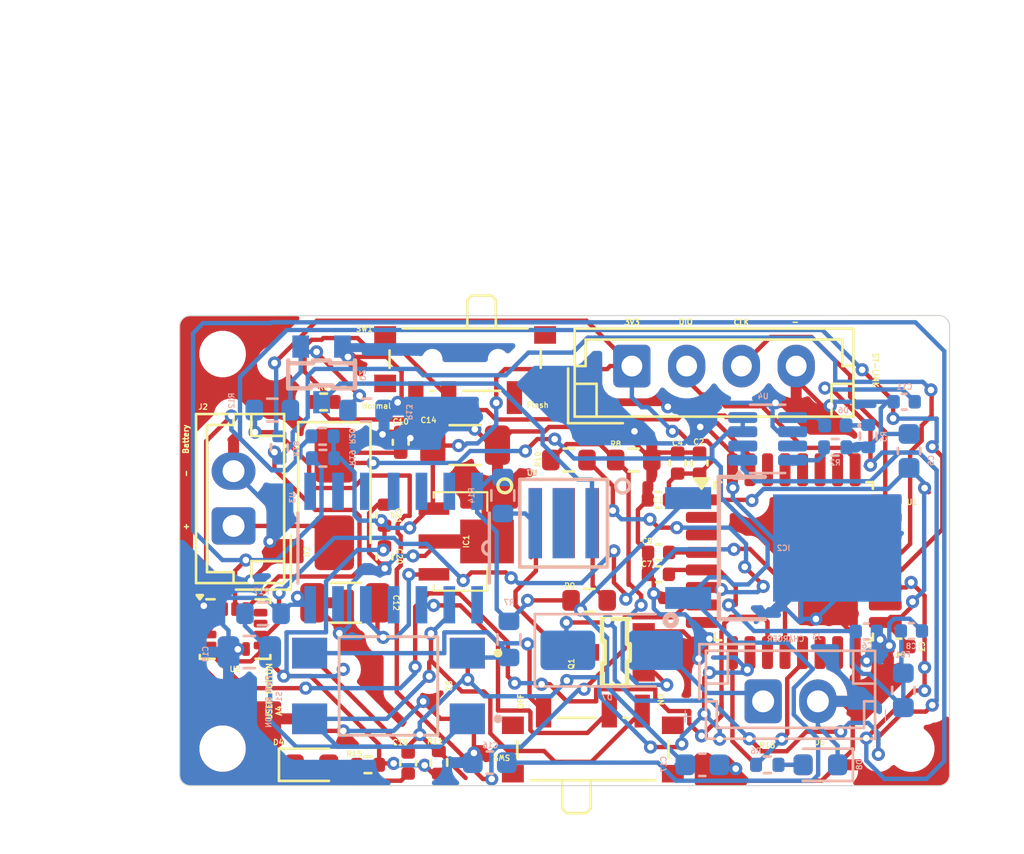
<source format=kicad_pcb>
(kicad_pcb (version 20240108) (generator "pcbnew") (generator_version "8.0")
  (layers (0 "F.Cu" signal) (31 "B.Cu" power) (34 "B.Paste" user) (35 "F.Paste" user) (36 "B.SilkS" user "B.Silkscreen") (37 "F.SilkS" user "F.Silkscreen") (38 "B.Mask" user) (39 "F.Mask" user) (44 "Edge.Cuts" user))
  (net 0 "")
  (net 1 "GND")
  (net 2 "+3V3")
  (net 3 "+3V3A")
  (net 4 "/NRST")
  (net 5 "B+")
  (net 6 "Net-(D7-K)")
  (net 7 "B+ PWRBTN")
  (net 8 "+6V")
  (net 9 "/ON")
  (net 10 "A4_USER_BTN")
  (net 11 "Net-(D2-A)")
  (net 12 "Net-(D4-A)")
  (net 13 "Net-(D5-A)")
  (net 14 "Net-(D6-A)")
  (net 15 "Net-(D6-K)")
  (net 16 "Net-(D7-A)")
  (net 17 "Net-(D8-A)")
  (net 18 "/SYS_SWDIO")
  (net 19 "/SYS_SWCLK")
  (net 20 "Net-(Q1-Pad1)")
  (net 21 "Net-(Q1-Pad2)")
  (net 22 "Net-(Q2-Pad1)")
  (net 23 "Net-(Q2-Pad2)")
  (net 24 "/BOOT0")
  (net 25 "/SW_BOOT0")
  (net 26 "Net-(U4-PROG)")
  (net 27 "A7_STATUS_LED2")
  (net 28 "/OFF")
  (net 29 "Net-(R9-Pad2)")
  (net 30 "A0")
  (net 31 "A1")
  (net 32 "Net-(R14-Pad2)")
  (net 33 "A3_STATUS_LED")
  (net 34 "A11_I2C1_CS")
  (net 35 "A9_I2C1_SCL")
  (net 36 "A10_I2C1_SDA")
  (net 37 "+3.3V")
  (net 38 "Net-(SW5-B)")
  (net 49 "A5_LSM6DS3TR_INT1")
  (net 53 "A6_LSM6DS3TR_INT2")
  (footprint "Capacitor_SMD:C_0402_1005Metric" (layer "F.Cu") (at 184.56 65.97 90)
    (property "Reference" "C10")
    (property "Value" "10µ")
  )
  (footprint "MountingHole:MountingHole_2.1mm" (layer "F.Cu") (at 176.43 61.94)
    (property "Reference" "H1" (hide yes))
    (property "Value" "MountingHole")
  )
  (footprint "LED_SMD:LED_0603_1608Metric" (layer "F.Cu") (at 180.4875 80.7)
    (property "Reference" "D4")
    (property "Value" "LED")
  )
  (footprint "UVCLibrary:3535" (layer "F.Cu") (at 192.01 69.66)
    (property "Reference" "U6" (hide yes))
    (property "Value" "KL265-50W-SM-WD")
  )
  (footprint "Capacitor_SMD:C_0402_1005Metric" (layer "F.Cu") (at 196.33 71 180)
    (property "Reference" "C9")
    (property "Value" "100n")
  )
  (footprint "Connector_JST:JST_EH_B4B-EH-A_1x04_P2.50mm_Vertical" (layer "F.Cu") (at 195.11 62.49)
    (property "Reference" "J1" (hide yes))
    (property "Value" "Conn_01x04_Pin")
  )
  (footprint "UVCLibrary:SOT-23" (layer "F.Cu") (at 194.38 75.5625 90)
    (property "Reference" "Q1")
    (property "Value" "IRLML2402")
  )
  (footprint "Capacitor_SMD:C_0402_1005Metric" (layer "F.Cu") (at 198.2 66.92 90)
    (property "Reference" "C2")
    (property "Value" "100n")
  )
  (footprint "Capacitor_SMD:C_1206_3216Metric" (layer "F.Cu") (at 182.025 73.3 180)
    (property "Reference" "C12")
    (property "Value" "0.33u")
  )
  (footprint "Capacitor_SMD:C_0402_1005Metric" (layer "F.Cu") (at 207.3 75.3 180)
    (property "Reference" "C3")
    (property "Value" "100n")
  )
  (footprint "Capacitor_SMD:C_0402_1005Metric" (layer "F.Cu") (at 184.9 80.62 -90)
    (property "Reference" "C19")
    (property "Value" "100n")
  )
  (footprint "Resistor_SMD:R_0402_1005Metric" (layer "F.Cu") (at 183.065 80.7 180)
    (property "Reference" "R15")
    (property "Value" "100R")
  )
  (footprint "Resistor_SMD:R_0603_1608Metric" (layer "F.Cu") (at 195.195 66.78)
    (property "Reference" "R8")
    (property "Value" "10k")
  )
  (footprint "Resistor_SMD:R_0402_1005Metric" (layer "F.Cu") (at 186.3 80.59 90)
    (property "Reference" "R11")
    (property "Value" "10k")
  )
  (footprint "Button_Switch_SMD:SW_SPDT_PCM12" (layer "F.Cu") (at 193.33 79.675)
    (property "Reference" "SW5")
    (property "Value" "SW_Push_SPDT")
  )
  (footprint "Resistor_SMD:R_0603_1608Metric" (layer "F.Cu") (at 193.16 73.19)
    (property "Reference" "R9")
    (property "Value" "0.5R")
  )
  (footprint "Capacitor_SMD:C_0402_1005Metric" (layer "F.Cu") (at 196.32 72 180)
    (property "Reference" "C7")
    (property "Value" "10n")
  )
  (footprint "MountingHole:MountingHole_2.1mm" (layer "F.Cu") (at 176.43 79.96)
    (property "Reference" "H2" (hide yes))
    (property "Value" "MountingHole")
  )
  (footprint "Resistor_SMD:R_0402_1005Metric" (layer "F.Cu") (at 201.29 80.7)
    (property "Reference" "R16")
    (property "Value" "100R")
  )
  (footprint "Diode_SMD:D_SMA" (layer "F.Cu") (at 181.53 68.56 -90)
    (property "Reference" "D2")
    (property "Value" "SS14")
  )
  (footprint "Button_Switch_SMD:SW_SPDT_PCM12" (layer "F.Cu") (at 187.5 62.5 180)
    (property "Reference" "SW1")
    (property "Value" "SW_SPDT")
  )
  (footprint "LED_SMD:LED_0603_1608Metric" (layer "F.Cu") (at 203.7125 80.7 180)
    (property "Reference" "D5")
    (property "Value" "LED")
  )
  (footprint "Capacitor_SMD:C_0402_1005Metric" (layer "F.Cu") (at 196.32 68.6 180)
    (property "Reference" "C1")
    (property "Value" "100n")
  )
  (footprint "Capacitor_SMD:C_0402_1005Metric" (layer "F.Cu") (at 183.82 71.21 90)
    (property "Reference" "C20")
    (property "Value" "100n")
  )
  (footprint "Capacitor_SMD:C_0402_1005Metric" (layer "F.Cu") (at 197.2 66.92 90)
    (property "Reference" "C4")
    (property "Value" "100n")
  )
  (footprint "Capacitor_SMD:C_1206_3216Metric" (layer "F.Cu") (at 187.5 66.1)
    (property "Reference" "C14")
    (property "Value" "0.1u")
  )
  (footprint "Package_QFP:LQFP-32_7x7mm_P0.8mm" (layer "F.Cu") (at 202.5 71.4)
    (property "Reference" "U1")
    (property "Value" "STM32L031K6Tx")
  )
  (footprint "MountingHole:MountingHole_2.1mm" (layer "F.Cu") (at 207.86 61.94)
    (property "Reference" "H4" (hide yes))
    (property "Value" "MountingHole")
  )
  (footprint "MountingHole:MountingHole_2.1mm" (layer "F.Cu") (at 207.86 79.96)
    (property "Reference" "H3" (hide yes))
    (property "Value" "MountingHole")
  )
  (footprint "Capacitor_SMD:C_0402_1005Metric" (layer "F.Cu") (at 183.82 69.3 90)
    (property "Reference" "C21")
    (property "Value" "100n")
  )
  (footprint "UVCLibrary:SW_TL3305BF160QG" (layer "F.Cu") (at 184 77.1 180)
    (property "Reference" "S2")
    (property "Value" "TL3305BF160QG")
  )
  (footprint "Resistor_SMD:R_0402_1005Metric" (layer "F.Cu") (at 181.04 64.13 180)
    (property "Reference" "R1")
    (property "Value" "10k")
  )
  (footprint "Connector_JST:JST_EH_B2B-EH-A_1x02_P2.50mm_Vertical" (layer "F.Cu") (at 176.93 69.79 90)
    (property "Reference" "J2")
    (property "Value" "Conn_01x02_Pin")
  )
  (footprint "UVCLibrary:LDK320ADU30R" (layer "F.Cu") (at 187.288 70.5 -90)
    (property "Reference" "IC1")
    (property "Value" "L78L33ACUTR" (hide yes))
  )
  (footprint "Package_LGA:LGA-14_3x2.5mm_P0.5mm_LayoutBorder3x4y" (layer "F.Cu") (at 177 74.5)
    (property "Reference" "U2")
    (property "Value" "LSM6DS3")
  )
  (footprint "Resistor_SMD:R_0603_1608Metric" (layer "F.Cu") (at 192.235 66.78 180)
    (property "Reference" "R10")
    (property "Value" "100R")
  )
  (footprint "Resistor_SMD:R_0603_1608Metric" (layer "B.Cu") (at 189.5 74.975 -90)
    (property "Reference" "R7")
    (property "Value" "600k")
  )
  (footprint "Capacitor_SMD:C_0603_1608Metric" (layer "B.Cu") (at 188.625 80.6 180)
    (property "Reference" "C16")
    (property "Value" "330n")
  )
  (footprint "UVCLibrary:SOIC127P600X175-14N" (layer "B.Cu") (at 184.2375 70.8 90)
    (property "Reference" "U3")
    (property "Value" "74HC74D_652")
  )
  (footprint "UVCLibrary:TO228P972X240-3N" (layer "B.Cu") (at 202.03 70.8)
    (property "Reference" "IC2")
    (property "Value" "L78M06CDT-TR" (hide yes))
  )
  (footprint "UVCLibrary:SW_TL3305BF160QG" (layer "B.Cu") (at 184 77.1 180)
    (property "Reference" "S1")
    (property "Value" "TL3305BF160QG")
  )
  (footprint "LED_SMD:LED_0402_1005Metric" (layer "B.Cu") (at 204.4 65.2 180)
    (property "Reference" "D6")
    (property "Value" "LED")
  )
  (footprint "Inductor_SMD:L_0603_1608Metric" (layer "B.Cu") (at 207.5 77.3 90)
    (property "Reference" "FB1")
    (property "Value" "120R")
  )
  (footprint "Resistor_SMD:R_0402_1005Metric" (layer "B.Cu") (at 204.39 66.2)
    (property "Reference" "R2")
    (property "Value" "2k")
  )
  (footprint "Capacitor_SMD:C_0402_1005Metric" (layer "B.Cu") (at 207.54 64.12 180)
    (property "Reference" "C11")
    (property "Value" "4.7u")
  )
  (footprint "Capacitor_SMD:C_0402_1005Metric" (layer "B.Cu") (at 205.81 74.61)
    (property "Reference" "C6")
    (property "Value" "1u")
  )
  (footprint "Resistor_SMD:R_0402_1005Metric" (layer "B.Cu") (at 205.9 65.69 -90)
    (property "Reference" "R5")
    (property "Value" "1k")
  )
  (footprint "Package_TO_SOT_SMD:SOT-23-8" (layer "B.Cu") (at 201.3075 65.815)
    (property "Reference" "U4")
    (property "Value" "MCP73831-2-MC")
  )
  (footprint "LED_SMD:LED_0603_1608Metric" (layer "B.Cu") (at 203.7125 80.7 180)
    (property "Reference" "D8")
    (property "Value" "LED")
  )
  (footprint "UVCLibrary:3535" (layer "B.Cu") (at 191.99 69.67 180)
    (property "Reference" "U7")
    (property "Value" "KL265-50W-SM-WD")
  )
  (footprint "Resistor_SMD:R_0603_1608Metric" (layer "B.Cu") (at 189.22 68.4 -90)
    (property "Reference" "R14")
    (property "Value" "0.5R")
  )
  (footprint "Resistor_SMD:R_0402_1005Metric" (layer "B.Cu") (at 179.02 66.21 90)
    (property "Reference" "R18")
    (property "Value" "4.7k")
  )
  (footprint "Resistor_SMD:R_0402_1005Metric" (layer "B.Cu") (at 181.01 66.7)
    (property "Reference" "R19")
    (property "Value" "4.7k")
  )
  (footprint "Capacitor_SMD:C_0402_1005Metric" (layer "B.Cu") (at 207.87 74.59)
    (property "Reference" "C8")
    (property "Value" "1u")
  )
  (footprint "Connector_JST:JST_EH_B2B-EH-A_1x02_P2.50mm_Vertical" (layer "B.Cu") (at 201.1 77.8)
    (property "Reference" "J3")
    (property "Value" "Conn_01x02_Pin")
  )
  (footprint "Resistor_SMD:R_0603_1608Metric" (layer "B.Cu") (at 178.7 64.5)
    (property "Reference" "R12")
    (property "Value" "100R")
  )
  (footprint "Resistor_SMD:R_0603_1608Metric" (layer "B.Cu") (at 182.975 64.5)
    (property "Reference" "R13")
    (property "Value" "10k")
  )
  (footprint "Diode_SMD:D_SMA" (layer "B.Cu") (at 194.19 75.47)
    (property "Reference" "D7")
    (property "Value" "SS14")
  )
  (footprint "Resistor_SMD:R_0402_1005Metric" (layer "B.Cu") (at 180.99 65.7)
    (property "Reference" "R20")
    (property "Value" "4.7k")
  )
  (footprint "Resistor_SMD:R_0603_1608Metric" (layer "B.Cu") (at 178.275 73.8)
    (property "Reference" "R17")
    (property "Value" "1M")
  )
  (footprint "Capacitor_SMD:C_0805_2012Metric" (layer "B.Cu") (at 177.65 75.55 180)
    (property "Reference" "C18")
    (property "Value" "5u")
  )
  (footprint "UVCLibrary:SOT-23" (layer "B.Cu") (at 180.9475 62.87)
    (property "Reference" "Q2")
    (property "Value" "IRLML2402")
  )
  (footprint "Capacitor_SMD:C_0603_1608Metric" (layer "B.Cu") (at 198.325 80.7)
    (property "Reference" "C17")
    (property "Value" "100n")
  )
  (footprint "Resistor_SMD:R_0402_1005Metric" (layer "B.Cu") (at 201.29 80.7)
    (property "Reference" "R6")
    (property "Value" "100R")
  )
  (footprint "Capacitor_SMD:C_0603_1608Metric" (layer "B.Cu") (at 207.76 66.365 90)
    (property "Reference" "C5")
    (property "Value" "10u")
  )
  (gr_line (start 209.61 60.67) (end 209.61 81.18) (stroke (width 0.05)) (layer "Edge.Cuts"))
  (gr_arc (start 209.608326 81.179959) (mid 209.467977 81.509246) (end 209.14 81.65263) (stroke (width 0.05)) (layer "Edge.Cuts"))
  (gr_arc (start 174.47 60.67) (mid 174.610589 60.330589) (end 174.95 60.19) (stroke (width 0.05)) (layer "Edge.Cuts"))
  (gr_arc (start 174.95 81.65) (mid 174.610589 81.509411) (end 174.47 81.17) (stroke (width 0.05)) (layer "Edge.Cuts"))
  (gr_line (start 174.47 81.17) (end 174.47 60.67) (stroke (width 0.05)) (layer "Edge.Cuts"))
  (gr_arc (start 209.11 60.180001) (mid 209.464091 60.318838) (end 209.610174 60.670001) (stroke (width 0.05)) (layer "Edge.Cuts"))
  (gr_line (start 174.95 60.19) (end 209.11 60.180001) (stroke (width 0.05)) (layer "Edge.Cuts"))
  (gr_line (start 209.14 81.65263) (end 174.95 81.65) (stroke (width 0.05)) (layer "Edge.Cuts"))
  (gr_text "+" (at 197.6 78.49 270) (layer "B.SilkS") (effects (font (size 0.7 0.7) (thickness 0.05)) (justify mirror)))
  (gr_text "-" (at 206.63 78.44 90) (layer "B.SilkS") (effects (font (size 0.7 0.7) (thickness 0.05)) (justify mirror)))
  (gr_text "PWR BUTTON" (at 178.53 77.81 90) (layer "B.SilkS") (effects (font (size 0.25 0.25) (thickness 0.05)) (justify mirror)))
  (gr_text "CHARGER" (at 202.13 74.95 0) (layer "B.SilkS") (effects (font (size 0.25 0.25) (thickness 0.05)) (justify mirror)))
  (gr_text "3V3" (at 194.73 60.64 0) (layer "F.SilkS") (effects (font (size 0.25 0.25) (thickness 0.0625) (bold yes)) (justify left bottom)))
  (gr_text "ON" (at 196.27 77.41 270) (layer "F.SilkS") (effects (font (size 0.25 0.25) (thickness 0.0625) (bold yes)) (justify left bottom)))
  (gr_text "ST-LINK" (at 206.08 61.85 270) (layer "F.SilkS") (effects (font (size 0.25 0.25) (thickness 0.0625) (bold yes)) (justify left bottom)))
  (gr_text "CLK" (at 199.72 60.64 0) (layer "F.SilkS") (effects (font (size 0.25 0.25) (thickness 0.0625) (bold yes)) (justify left bottom)))
  (gr_text "U6" (at 190.57 67.37 0) (layer "F.SilkS") (effects (font (size 0.25 0.25) (thickness 0.05))))
  (gr_text "Normal" (at 183.45 64.31 0) (layer "F.SilkS") (effects (font (size 0.25 0.25) (thickness 0.05))))
  (gr_text "DIO" (at 197.21 60.62 0) (layer "F.SilkS") (effects (font (size 0.25 0.25) (thickness 0.0625) (bold yes)) (justify left bottom)))
  (gr_text "-" (at 174.91 67.59 90) (layer "F.SilkS") (effects (font (size 0.25 0.25) (thickness 0.0625) (bold yes)) (justify left bottom)))
  (gr_text "A4" (at 179.15 78.5 90) (layer "F.SilkS") (effects (font (size 0.25 0.25) (thickness 0.0625) (bold yes)) (justify left bottom)))
  (gr_text "Battery" (at 174.9 66.53 90) (layer "F.SilkS") (effects (font (size 0.25 0.25) (thickness 0.0625) (bold yes)) (justify left bottom)))
  (gr_text "USER BUTTON" (at 178.71 78.68 90) (layer "F.SilkS") (effects (font (size 0.25 0.25) (thickness 0.0625) (bold yes)) (justify left bottom)))
  (gr_text "OFF" (at 190.18 78.19 90) (layer "F.SilkS") (effects (font (size 0.25 0.25) (thickness 0.0625) (bold yes)) (justify left bottom)))
  (gr_text "Flash" (at 190.81 64.27 0) (layer "F.SilkS") (effects (font (size 0.25 0.25) (thickness 0.05))))
  (gr_text "-" (at 202.37 60.62 0) (layer "F.SilkS") (effects (font (size 0.25 0.25) (thickness 0.0625) (bold yes)) (justify left bottom)))
  (gr_text "+" (at 174.91 70.02 90) (layer "F.SilkS") (effects (font (size 0.25 0.25) (thickness 0.0625) (bold yes)) (justify left bottom)))
  (segment (start 199.7 68.03) (end 199.72 68.05) (width 0.2) (layer "F.Cu") (net 1))
  (segment (start 184.6 62.75) (end 183.92 62.07) (width 0.2) (layer "F.Cu") (net 1))
  (segment (start 206.761206 75.3) (end 206.441206 74.98) (width 0.2) (layer "F.Cu") (net 1))
  (segment (start 180.3 73.05) (end 180.55 73.3) (width 0.2) (layer "F.Cu") (net 1))
  (segment (start 177 75.4125) (end 177.1125 75.4125) (width 0.2) (layer "F.Cu") (net 1))
  (segment (start 201.797818 64.3) (end 204.16 64.3) (width 0.2) (layer "F.Cu") (net 1))
  (segment (start 199.41 64.82) (end 199.34 64.75) (width 0.2) (layer "F.Cu") (net 1))
  (segment (start 199.7 67.225) (end 199.7 66.475001) (width 0.2) (layer "F.Cu") (net 1))
  (segment (start 195.65 74.61) (end 197.451206 74.61) (width 0.2) (layer "F.Cu") (net 1))
  (segment (start 180.425 81.425) (end 179.7 80.7) (width 0.2) (layer "F.Cu") (net 1))
  (segment (start 203.775 81.425) (end 200.4 81.425) (width 0.2) (layer "F.Cu") (net 1))
  (segment (start 197.2 66.44) (end 196.36 66.44) (width 0.2) (layer "F.Cu") (net 1))
  (segment (start 195.84 68.6) (end 195.386091 69.053909) (width 0.2) (layer "F.Cu") (net 1))
  (segment (start 194.51 65.27) (end 196.02 66.78) (width 0.2) (layer "F.Cu") (net 1))
  (segment (start 205.3 75.575) (end 205.3 74.825001) (width 0.2) (layer "F.Cu") (net 1))
  (segment (start 184.9 81.1) (end 184.575 81.425) (width 0.2) (layer "F.Cu") (net 1))
  (segment (start 203.8 64.3) (end 202.6 63.1) (width 0.2) (layer "F.Cu") (net 1))
  (segment (start 184.575 81.425) (end 180.425 81.425) (width 0.2) (layer "F.Cu") (net 1))
  (segment (start 205.19 78.34) (end 204.65 77.8) (width 0.2) (layer "F.Cu") (net 1))
  (segment (start 195.65 74.61) (end 196.916216 74.61) (width 0.2) (layer "F.Cu") (net 1))
  (segment (start 183.11762 71.01762) (end 183.83 71.73) (width 0.2) (layer "F.Cu") (net 1))
  (segment (start 183.510001 68.82) (end 183.11762 69.212381) (width 0.2) (layer "F.Cu") (net 1))
  (segment (start 199.7 66.475001) (end 198.494999 65.27) (width 0.2) (layer "F.Cu") (net 1))
  (segment (start 198.982793 64.75) (end 198.582793 64.35) (width 0.2) (layer "F.Cu") (net 1))
  (segment (start 183.11762 69.212381) (end 183.11762 71.01762) (width 0.2) (layer "F.Cu") (net 1))
  (segment (start 200.4 81.425) (end 199.85 80.875) (width 0.2) (layer "F.Cu") (net 1))
  (segment (start 195.03 65.27) (end 194.51 65.27) (width 0.2) (layer "F.Cu") (net 1))
  (segment (start 196.11 72.88) (end 196.11 72.27) (width 0.2) (layer "F.Cu") (net 1))
  (segment (start 199.7 67.225) (end 199.7 68.03) (width 0.2) (layer "F.Cu") (net 1))
  (segment (start 175.8375 74.75) (end 175.8375 74.25) (width 0.2) (layer "F.Cu") (net 1))
  (segment (start 204.16 64.3) (end 203.8 64.3) (width 0.2) (layer "F.Cu") (net 1))
  (segment (start 181.94 79.15) (end 180.95 79.15) (width 0.2) (layer "F.Cu") (net 1))
  (segment (start 183.82 71.72) (end 183.83 71.73) (width 0.2) (layer "F.Cu") (net 1))
  (segment (start 183.82 71.69) (end 183.82 71.72) (width 0.2) (layer "F.Cu") (net 1))
  (segment (start 183.82 68.82) (end 183.510001 68.82) (width 0.2) (layer "F.Cu") (net 1))
  (segment (start 205.3 74.825001) (end 204.514999 74.04) (width 0.2) (layer "F.Cu") (net 1))
  (segment (start 197.785115 74.943909) (end 198.65 74.943909) (width 0.2) (layer "F.Cu") (net 1))
  (segment (start 204.514999 74.04) (end 203.51 74.04) (width 0.2) (layer "F.Cu") (net 1))
  (segment (start 187.6 78.6) (end 186.377818 78.6) (width 0.2) (layer "F.Cu") (net 1))
  (segment (start 199.34 64.75) (end 198.982793 64.75) (width 0.2) (layer "F.Cu") (net 1))
  (segment (start 195.84 72) (end 195.84 71.01) (width 0.2) (layer "F.Cu") (net 1))
  (segment (start 184.56 65.49) (end 183.85 65.49) (width 0.2) (layer "F.Cu") (net 1))
  (segment (start 188.975 66.1) (end 189.598364 65.476636) (width 0.2) (layer "F.Cu") (net 1))
  (segment (start 189.598364 65.476636) (end 191.123364 65.476636) (width 0.2) (layer "F.Cu") (net 1))
  (segment (start 183.73 65.61) (end 184.826989 65.61) (width 0.2) (layer "F.Cu") (net 1))
  (segment (start 180.95 79.15) (end 180.4 78.6) (width 0.2) (layer "F.Cu") (net 1))
  (segment (start 201.665528 64.16771) (end 201.797818 64.3) (width 0.2) (layer "F.Cu") (net 1))
  (segment (start 195.84 71.01) (end 195.85 71) (width 0.2) (layer "F.Cu") (net 1))
  (segment (start 191.123364 65.476636) (end 191.33 65.27) (width 0.2) (layer "F.Cu") (net 1))
  (segment (start 186.377818 78.6) (end 185.583909 77.806091) (width 0.2) (layer "F.Cu") (net 1))
  (segment (start 195.386091 69.053909) (end 195.386091 70.536091) (width 0.2) (layer "F.Cu") (net 1))
  (segment (start 184.826989 65.61) (end 185 65.783011) (width 0.2) (layer "F.Cu") (net 1))
  (segment (start 178.59 71.43) (end 177.72 72.3) (width 0.2) (layer "F.Cu") (net 1))
  (segment (start 195.23 65.47) (end 195.03 65.27) (width 0.2) (layer "F.Cu") (net 1))
  (segment (start 204.65 77.8) (end 203.6 77.8) (width 0.2) (layer "F.Cu") (net 1))
  (segment (start 181.76 74.51) (end 180.55 73.3) (width 0.2) (layer "F.Cu") (net 1))
  (segment (start 196.916216 74.61) (end 198.158108 75.851892) (width 0.2) (layer "F.Cu") (net 1))
  (segment (start 205.823379 75.946621) (end 205.671621 75.946621) (width 0.2) (layer "F.Cu") (net 1))
  (segment (start 191.33 65.27) (end 194.51 65.27) (width 0.2) (layer "F.Cu") (net 1))
  (segment (start 175.571972 73.484472) (end 175.8375 73.75) (width 0.2) (layer "F.Cu") (net 1))
  (segment (start 183.85 65.49) (end 183.73 65.61) (width 0.2) (layer "F.Cu") (net 1))
  (segment (start 198.494999 65.27) (end 198.23 65.27) (width 0.2) (layer "F.Cu") (net 1))
  (segment (start 181.76 74.691702) (end 181.76 74.51) (width 0.2) (layer "F.Cu") (net 1))
  (segment (start 188.975 66.1) (end 188.67 66.1) (width 0.2) (layer "F.Cu") (net 1))
  (segment (start 204.5 80.7) (end 205.19 80.01) (width 0.2) (layer "F.Cu") (net 1))
  (segment (start 177.1125 75.4125) (end 177.125 75.425) (width 0.2) (layer "F.Cu") (net 1))
  (segment (start 179.85 73.05) (end 180.3 73.05) (width 0.2) (layer "F.Cu") (net 1))
  (segment (start 183.92 62.07) (end 182.15 62.07) (width 0.2) (layer "F.Cu") (net 1))
  (segment (start 184.42 64.15) (end 185.03 64.15) (width 0.2) (layer "F.Cu") (net 1))
  (segment (start 187.9 80.16) (end 187.9 78.9) (width 0.2) (layer "F.Cu") (net 1))
  (segment (start 188.67 66.1) (end 187.941091 65.371091) (width 0.2) (layer "F.Cu") (net 1))
  (segment (start 198.2 66.44) (end 197.2 66.44) (width 0.2) (layer "F.Cu") (net 1))
  (segment (start 184.6 63.97) (end 184.6 62.75) (width 0.2) (layer "F.Cu") (net 1))
  (segment (start 206.82 75.3) (end 206.761206 75.3) (width 0.2) (layer "F.Cu") (net 1))
  (segment (start 206.86 75.256366) (end 206.86 75.26) (width 0.2) (layer "F.Cu") (net 1))
  (segment (start 198.582793 64.35) (end 196.75 64.35) (width 0.2) (layer "F.Cu") (net 1))
  (segment (start 177 75.4125) (end 177.5 75.4125) (width 0.2) (layer "F.Cu") (net 1))
  (segment (start 205.19 80.01) (end 205.19 78.34) (width 0.2) (layer "F.Cu") (net 1))
  (segment (start 185.03 64.15) (end 185.25 63.93) (width 0.2) (layer "F.Cu") (net 1))
  (segment (start 196.11 72.27) (end 195.84 72) (width 0.2) (layer "F.Cu") (net 1))
  (segment (start 185.12 71.16) (end 185.665 71.16) (width 0.2) (layer "F.Cu") (net 1))
  (segment (start 185.665 71.16) (end 186.325 70.5) (width 0.2) (layer "F.Cu") (net 1))
  (segment (start 200.588252 64.82) (end 199.41 64.82) (width 0.2) (layer "F.Cu") (net 1))
  (segment (start 196.36 66.44) (end 196.02 66.78) (width 0.2) (layer "F.Cu") (net 1))
  (segment (start 204.5 80.7) (end 203.775 81.425) (width 0.2) (layer "F.Cu") (net 1))
  (segment (start 206.86 75.26) (end 206.82 75.3) (width 0.2) (layer "F.Cu") (net 1))
  (segment (start 197.451206 74.61) (end 197.785115 74.943909) (width 0.2) (layer "F.Cu") (net 1))
  (segment (start 195.386091 70.536091) (end 195.85 71) (width 0.2) (layer "F.Cu") (net 1))
  (segment (start 205.671621 75.946621) (end 205.3 75.575) (width 0.2) (layer "F.Cu") (net 1))
  (segment (start 178.59 70.5) (end 178.59 71.43) (width 0.2) (layer "F.Cu") (net 1))
  (segment (start 175.571972 73.43729) (end 175.571972 73.484472) (width 0.2) (layer "F.Cu") (net 1))
  (segment (start 184.42 64.15) (end 184.6 63.97) (width 0.2) (layer "F.Cu") (net 1))
  (segment (start 187.9 78.9) (end 187.6 78.6) (width 0.2) (layer "F.Cu") (net 1))
  (via (at 205.823379 75.946621) (size 0.6) (drill 0.3) (layers "F.Cu" "B.Cu") (net 1))
  (via (at 195.23 65.47) (size 0.6) (drill 0.3) (layers "F.Cu" "B.Cu") (net 1))
  (via (at 201.665528 64.16771) (size 0.6) (drill 0.3) (layers "F.Cu" "B.Cu") (net 1))
  (via (at 187.941091 65.371091) (size 0.6) (drill 0.3) (layers "F.Cu" "B.Cu") (net 1))
  (via (at 179.85 73.05) (size 0.6) (drill 0.3) (layers "F.Cu" "B.Cu") (net 1))
  (via (at 199.72 68.05) (size 0.6) (drill 0.3) (layers "F.Cu" "B.Cu") (net 1))
  (via (at 177.125 75.425) (size 0.6) (drill 0.3) (layers "F.Cu" "B.Cu") (net 1))
  (via (at 181.94 79.15) (size 0.6) (drill 0.3) (layers "F.Cu" "B.Cu") (net 1))
  (via (at 204.16 64.3) (size 0.6) (drill 0.3) (layers "F.Cu" "B.Cu") (net 1))
  (via (at 183.83 71.73) (size 0.6) (drill 0.3) (layers "F.Cu" "B.Cu") (net 1))
  (via (at 182.15 62.07) (size 0.6) (drill 0.3) (layers "F.Cu" "B.Cu") (net 1))
  (via (at 198.65 74.943909) (size 0.6) (drill 0.3) (layers "F.Cu" "B.Cu") (net 1))
  (via (at 185 65.783011) (size 0.6) (drill 0.3) (layers "F.Cu" "B.Cu") (net 1))
  (via (at 175.571972 73.43729) (size 0.6) (drill 0.3) (layers "F.Cu" "B.Cu") (net 1))
  (via (at 196.75 64.35) (size 0.6) (drill 0.3) (layers "F.Cu" "B.Cu") (net 1))
  (via (at 196.11 72.88) (size 0.6) (drill 0.3) (layers "F.Cu" "B.Cu") (net 1))
  (via (at 178.59 70.5) (size 0.6) (drill 0.3) (layers "F.Cu" "B.Cu") (net 1))
  (via (at 185.12 71.16) (size 0.6) (drill 0.3) (layers "F.Cu" "B.Cu") (net 1))
  (via (at 185.583909 77.806091) (size 0.6) (drill 0.3) (layers "F.Cu" "B.Cu") (net 1))
  (via (at 206.86 75.256366) (size 0.6) (drill 0.3) (layers "F.Cu" "B.Cu") (net 1))
  (via (at 183.73 65.61) (size 0.6) (drill 0.3) (layers "F.Cu" "B.Cu") (net 1))
  (via (at 206.441206 74.98) (size 0.6) (drill 0.3) (layers "F.Cu" "B.Cu") (net 1))
  (via (at 198.23 65.27) (size 0.6) (drill 0.3) (layers "F.Cu" "B.Cu") (net 1))
  (via (at 199.85 80.875) (size 0.6) (drill 0.3) (layers "F.Cu" "B.Cu") (net 1))
  (via (at 184.42 64.15) (size 0.6) (drill 0.3) (layers "F.Cu" "B.Cu") (net 1))
  (via (at 198.158108 75.851892) (size 0.6) (drill 0.3) (layers "F.Cu" "B.Cu") (net 1))
  (via (at 204.16 64.3) (size 0.6) (drill 0.3) (layers "F.Cu" "B.Cu") (net 1))
  (via (at 187.9 80.16) (size 0.6) (drill 0.3) (layers "F.Cu" "B.Cu") (net 1))
  (via (at 177.72 72.3) (size 0.6) (drill 0.3) (layers "F.Cu" "B.Cu") (net 1))
  (via (at 203.51 74.04) (size 0.6) (drill 0.3) (layers "F.Cu" "B.Cu") (net 1))
  (via (at 181.76 74.691702) (size 0.6) (drill 0.3) (layers "F.Cu" "B.Cu") (net 1))
  (segment (start 207.084576 74.03) (end 206.86 74.254576) (width 0.2) (layer "B.Cu") (net 1))
  (segment (start 201.458238 64.375) (end 201.665528 64.16771) (width 0.2) (layer "B.Cu") (net 1))
  (segment (start 202.175424 73.6) (end 201.35 73.6) (width 0.2) (layer "B.Cu") (net 1))
  (segment (start 201.35 73.6) (end 200.77 74.18) (width 0.2) (layer "B.Cu") (net 1))
  (segment (start 196.38 73.83) (end 196.11 73.56) (width 0.2) (layer "B.Cu") (net 1))
  (segment (start 204.34 64.12) (end 204.16 64.3) (width 0.2) (layer "B.Cu") (net 1))
  (segment (start 176.93 67.29) (end 178.59 68.95) (width 0.2) (layer "B.Cu") (net 1))
  (segment (start 180.4275 73.3908) (end 180.1908 73.3908) (width 0.2) (layer "B.Cu") (net 1))
  (segment (start 206.441206 74.98) (end 206.441206 75.328794) (width 0.2) (layer "B.Cu") (net 1))
  (segment (start 177.72 72.3) (end 176.709262 72.3) (width 0.2) (layer "B.Cu") (net 1))
  (segment (start 197.536091 73.83) (end 196.38 73.83) (width 0.2) (layer "B.Cu") (net 1))
  (segment (start 197.31 64.35) (end 198.23 65.27) (width 0.2) (layer "B.Cu") (net 1))
  (segment (start 201.5325 64.300738) (end 201.665528 64.16771) (width 0.2) (layer "B.Cu") (net 1))
  (segment (start 176.7 74.565318) (end 175.571972 73.43729) (width 0.2) (layer "B.Cu") (net 1))
  (segment (start 182.2142 74.3458) (end 181.868298 74.691702) (width 0.2) (layer "B.Cu") (net 1))
  (segment (start 206.86 74.254576) (end 206.86 75.256366) (width 0.2) (layer "B.Cu") (net 1))
  (segment (start 199.72 68.05) (end 199.72 68.537818) (width 0.2) (layer "B.Cu") (net 1))
  (segment (start 185.41192 65.371091) (end 187.941091 65.371091) (width 0.2) (layer "B.Cu") (net 1))
  (segment (start 178.59 68.95) (end 178.59 70.5) (width 0.2) (layer "B.Cu") (net 1))
  (segment (start 179.1 73.8) (end 178.375 73.075) (width 0.2) (layer "B.Cu") (net 1))
  (segment (start 202.83 72.45) (end 204.48 70.8) (width 0.2) (layer "B.Cu") (net 1))
  (segment (start 181.868298 74.691702) (end 181.76 74.691702) (width 0.2) (layer "B.Cu") (net 1))
  (segment (start 206.47 64.430001) (end 206.780001 64.12) (width 0.2) (layer "B.Cu") (net 1))
  (segment (start 183.83 71.73) (end 184.4 71.16) (width 0.2) (layer "B.Cu") (net 1))
  (segment (start 178.375 73.075) (end 175.934262 73.075) (width 0.2) (layer "B.Cu") (net 1))
  (segment (start 187.85 80.6) (end 187.85 80.21) (width 0.2) (layer "B.Cu") (net 1))
  (segment (start 202.83 74.16) (end 202.83 72.45) (width 0.2) (layer "B.Cu") (net 1))
  (segment (start 208.35 74.59) (end 207.79 74.03) (width 0.2) (layer "B.Cu") (net 1))
  (segment (start 179.5092 73.3908) (end 179.1 73.8) (width 0.2) (layer "B.Cu") (net 1))
  (segment (start 199.85 80.875) (end 199.275 80.875) (width 0.2) (layer "B.Cu") (net 1))
  (segment (start 183.73 64.57) (end 183.8 64.5) (width 0.2) (layer "B.Cu") (net 1))
  (segment (start 175.934262 73.075) (end 175.571972 73.43729) (width 0.2) (layer "B.Cu") (net 1))
  (segment (start 198.23 65.27) (end 199.125 64.375) (width 0.2) (layer "B.Cu") (net 1))
  (segment (start 182.15 61.85) (end 181.9 61.6) (width 0.2) (layer "B.Cu") (net 1))
  (segment (start 185 65.783011) (end 185.606991 65.783011) (width 0.2) (layer "B.Cu") (net 1))
  (segment (start 207.06 64.12) (end 204.34 64.12) (width 0.2) (layer "B.Cu") (net 1))
  (segment (start 201.982182 70.8) (end 204.48 70.8) (width 0.2) (layer "B.Cu") (net 1))
  (segment (start 202.95 74.04) (end 202.83 74.16) (width 0.2) (layer "B.Cu") (net 1))
  (segment (start 183.73 65.61) (end 183.73 64.57) (width 0.2) (layer "B.Cu") (net 1))
  (segment (start 183.8 64.5) (end 184.07 64.5) (width 0.2) (layer "B.Cu") (net 1))
  (segment (start 196.11 73.56) (end 196.11 72.88) (width 0.2) (layer "B.Cu") (net 1))
  (segment (start 206.441206 75.328794) (end 205.823379 75.946621) (width 0.2) (layer "B.Cu") (net 1))
  (segment (start 203.6 78.927818) (end 203.6 77.8) (width 0.2) (layer "B.Cu") (net 1))
  (segment (start 195.78 66.02) (end 195.23 65.47) (width 0.2) (layer "B.Cu") (net 1))
  (segment (start 196.93229 64.16771) (end 201.665528 64.16771) (width 0.2) (layer "B.Cu") (net 1))
  (segment (start 204.5 79.827818) (end 203.6 78.927818) (width 0.2) (layer "B.Cu") (net 1))
  (segment (start 207.430001 70.119999) (end 203.51 74.04) (width 0.2) (layer "B.Cu") (net 1))
  (segment (start 184.24 79.15) (end 181.94 79.15) (width 0.2) (layer "B.Cu") (net 1))
  (segment (start 206.47 65.55) (end 206.47 64.430001) (width 0.2) (layer "B.Cu") (net 1))
  (segment (start 180.1908 73.3908) (end 179.85 73.05) (width 0.2) (layer "B.Cu") (net 1))
  (segment (start 199.72 68.537818) (end 201.982182 70.8) (width 0.2) (layer "B.Cu") (net 1))
  (segment (start 198.23 65.27) (end 197.48 66.02) (width 0.2) (layer "B.Cu") (net 1))
  (segment (start 204.5 80.7) (end 204.5 79.827818) (width 0.2) (layer "B.Cu") (net 1))
  (segment (start 206.51 65.59) (end 207.76 65.59) (width 0.2) (layer "B.Cu") (net 1))
  (segment (start 177.125 75.425) (end 176.775 75.425) (width 0.2) (layer "B.Cu") (net 1))
  (segment (start 207.79 74.03) (end 207.084576 74.03) (width 0.2) (layer "B.Cu") (net 1))
  (segment (start 197.48 66.02) (end 195.78 66.02) (width 0.2) (layer "B.Cu") (net 1))
  (segment (start 183.0107 71.73) (end 182.2142 72.5265) (width 0.2) (layer "B.Cu") (net 1))
  (segment (start 202.83 74.16) (end 202.735424 74.16) (width 0.2) (layer "B.Cu") (net 1))
  (segment (start 185 65.783011) (end 185.41192 65.371091) (width 0.2) (layer "B.Cu") (net 1))
  (segment (start 196.75 64.35) (end 196.93229 64.16771) (width 0.2) (layer "B.Cu") (net 1))
  (segment (start 205.9 66.2) (end 206.51 65.59) (width 0.2) (layer "B.Cu") (net 1))
  (segment (start 187.85 80.21) (end 187.9 80.16) (width 0.2) (layer "B.Cu") (net 1))
  (segment (start 199.275 80.875) (end 199.1 80.7) (width 0.2) (layer "B.Cu") (net 1))
  (segment (start 201.782501 65.49) (end 201.5325 65.239999) (width 0.2) (layer "B.Cu") (net 1))
  (segment (start 182.2142 72.5265) (end 182.2142 74.3458) (width 0.2) (layer "B.Cu") (net 1))
  (segment (start 185.583909 77.806091) (end 184.24 79.15) (width 0.2) (layer "B.Cu") (net 1))
  (segment (start 203.51 74.04) (end 202.95 74.04) (width 0.2) (layer "B.Cu") (net 1))
  (segment (start 184.4 71.16) (end 185.12 71.16) (width 0.2) (layer "B.Cu") (net 1))
  (segment (start 206.780001 64.12) (end 207.06 64.12) (width 0.2) (layer "B.Cu") (net 1))
  (segment (start 198.65 74.943909) (end 197.536091 73.83) (width 0.2) (layer "B.Cu") (net 1))
  (segment (start 176.709262 72.3) (end 175.571972 73.43729) (width 0.2) (layer "B.Cu") (net 1))
  (segment (start 180.4275 73.3908) (end 179.5092 73.3908) (width 0.2) (layer "B.Cu") (net 1))
  (segment (start 196.75 64.35) (end 197.31 64.35) (width 0.2) (layer "B.Cu") (net 1))
  (segment (start 204.9 66.2) (end 205.9 66.2) (width 0.2) (layer "B.Cu") (net 1))
  (segment (start 182.15 62.07) (end 182.15 61.85) (width 0.2) (layer "B.Cu") (net 1))
  (segment (start 176.775 75.425) (end 176.7 75.5) (width 0.2) (layer "B.Cu") (net 1))
  (segment (start 183.83 71.73) (end 183.0107 71.73) (width 0.2) (layer "B.Cu") (net 1))
  (segment (start 202.735424 74.16) (end 202.175424 73.6) (width 0.2) (layer "B.Cu") (net 1))
  (segment (start 201.5325 65.239999) (end 201.5325 64.300738) (width 0.2) (layer "B.Cu") (net 1))
  (segment (start 202.445 65.49) (end 201.782501 65.49) (width 0.2) (layer "B.Cu") (net 1))
  (segment (start 176.7 75.5) (end 176.7 74.565318) (width 0.2) (layer "B.Cu") (net 1))
  (segment (start 206.51 65.59) (end 206.47 65.55) (width 0.2) (layer "B.Cu") (net 1))
  (segment (start 184.07 64.5) (end 184.42 64.15) (width 0.2) (layer "B.Cu") (net 1))
  (segment (start 183.66762 69.62762) (end 183.82 69.78) (width 0.2) (layer "F.Cu") (net 2))
  (segment (start 177.729722 75.975) (end 178.1625 75.542222) (width 0.2) (layer "F.Cu") (net 2))
  (segment (start 184.236937 80.635946) (end 183.639054 80.635946) (width 0.2) (layer "F.Cu") (net 2))
  (segment (start 178.1625 75.542222) (end 178.1625 75.25) (width 0.2) (layer "F.Cu") (net 2))
  (segment (start 189.32 62.63) (end 193.98 62.63) (width 0.2) (layer "F.Cu") (net 2))
  (segment (start 186.025 68.95) (end 186.075 69) (width 0.2) (layer "F.Cu") (net 2))
  (segment (start 180.73 60.42) (end 193.04 60.42) (width 0.2) (layer "F.Cu") (net 2))
  (segment (start 183.575 79.775) (end 180.48 76.68) (width 0.2) (layer "F.Cu") (net 2))
  (segment (start 206.68 74.2) (end 207.78 75.3) (width 0.2) (layer "F.Cu") (net 2))
  (segment (start 206.675 74.2) (end 206.925001 73.949999) (width 0.2) (layer "F.Cu") (net 2))
  (segment (start 183.575 80.7) (end 183.575 79.775) (width 0.2) (layer "F.Cu") (net 2))
  (segment (start 179.22 76.648909) (end 180.448909 76.648909) (width 0.2) (layer "F.Cu") (net 2))
  (segment (start 176.5 75.4125) (end 176.5 75.724999) (width 0.2) (layer "F.Cu") (net 2))
  (segment (start 186.025 66.1) (end 186.025 68.95) (width 0.2) (layer "F.Cu") (net 2))
  (segment (start 183.639054 80.635946) (end 183.575 80.7) (width 0.2) (layer "F.Cu") (net 2))
  (segment (start 198.535424 65.91) (end 198.76 66.134576) (width 0.2) (layer "F.Cu") (net 2))
  (segment (start 178.1625 75.591409) (end 179.22 76.648909) (width 0.2) (layer "F.Cu") (net 2))
  (segment (start 197.69 65.91) (end 198.535424 65.91) (width 0.2) (layer "F.Cu") (net 2))
  (segment (start 186.03 81.1) (end 185.65 80.72) (width 0.2) (layer "F.Cu") (net 2))
  (segment (start 198.325 67.525) (end 198.2 67.4) (width 0.2) (layer "F.Cu") (net 2))
  (segment (start 198.325 68.6) (end 198.325 67.525) (width 0.2) (layer "F.Cu") (net 2))
  (segment (start 196.96 65.47) (end 197.25 65.47) (width 0.2) (layer "F.Cu") (net 2))
  (segment (start 183.82 70.73) (end 183.82 70.83) (width 0.2) (layer "F.Cu") (net 2))
  (segment (start 183.82 70.73) (end 183.82 69.78) (width 0.2) (layer "F.Cu") (net 2))
  (segment (start 207.408795 73.949999) (end 207.92 73.438794) (width 0.2) (layer "F.Cu") (net 2))
  (segment (start 193.04 60.42) (end 195.11 62.49) (width 0.2) (layer "F.Cu") (net 2))
  (segment (start 183.82 70.83) (end 183.763909 70.886091) (width 0.2) (layer "F.Cu") (net 2))
  (segment (start 198.76 66.84) (end 198.2 67.4) (width 0.2) (layer "F.Cu") (net 2))
  (segment (start 185.85 69) (end 184.97 69.88) (width 0.2) (layer "F.Cu") (net 2))
  (segment (start 176.5 75.724999) (end 176.750001 75.975) (width 0.2) (layer "F.Cu") (net 2))
  (segment (start 176.750001 75.975) (end 177.729722 75.975) (width 0.2) (layer "F.Cu") (net 2))
  (segment (start 193.98 62.63) (end 194.12 62.49) (width 0.2) (layer "F.Cu") (net 2))
  (segment (start 198.2 67.4) (end 197.2 67.4) (width 0.2) (layer "F.Cu") (net 2))
  (segment (start 200.59 68.63) (end 200.56 68.6) (width 0.2) (layer "F.Cu") (net 2))
  (segment (start 180.448909 76.648909) (end 180.48 76.68) (width 0.2) (layer "F.Cu") (net 2))
  (segment (start 188.92 64.17) (end 188.92 63.03) (width 0.2) (layer "F.Cu") (net 2))
  (segment (start 198.76 66.134576) (end 198.76 66.84) (width 0.2) (layer "F.Cu") (net 2))
  (segment (start 186.075 69) (end 185.85 69) (width 0.2) (layer "F.Cu") (net 2))
  (segment (start 197.25 65.47) (end 197.69 65.91) (width 0.2) (layer "F.Cu") (net 2))
  (segment (start 196.8 68.6) (end 196.8 67.8) (width 0.2) (layer "F.Cu") (net 2))
  (segment (start 196.8 67.8) (end 197.2 67.4) (width 0.2) (layer "F.Cu") (net 2))
  (segment (start 178.8 62.35) (end 180.73 60.42) (width 0.2) (layer "F.Cu") (net 2))
  (segment (start 186.045 66.12) (end 186.025 66.1) (width 0.2) (layer "F.Cu") (net 2))
  (segment (start 207.92 73.438794) (end 207.92 73.251408) (width 0.2) (layer "F.Cu") (net 2))
  (segment (start 194.63 62.63) (end 195.1 63.1) (width 0.2) (layer "F.Cu") (net 2))
  (segment (start 183.66762 69.55) (end 183.66762 69.62762) (width 0.2) (layer "F.Cu") (net 2))
  (segment (start 187.2 66.12) (end 186.045 66.12) (width 0.2) (layer "F.Cu") (net 2))
  (segment (start 208.66 68.25) (end 208.47 68.06) (width 0.2) (layer "F.Cu") (net 2))
  (segment (start 188.92 63.03) (end 189.32 62.63) (width 0.2) (layer "F.Cu") (net 2))
  (segment (start 194.12 62.49) (end 195.11 62.49) (width 0.2) (layer "F.Cu") (net 2))
  (segment (start 178.1625 75.25) (end 178.1625 75.591409) (width 0.2) (layer "F.Cu") (net 2))
  (segment (start 200.56 68.6) (end 198.325 68.6) (width 0.2) (layer "F.Cu") (net 2))
  (segment (start 206.925001 73.949999) (end 207.408795 73.949999) (width 0.2) (layer "F.Cu") (net 2))
  (segment (start 186.3 81.1) (end 186.03 81.1) (width 0.2) (layer "F.Cu") (net 2))
  (segment (start 206.675 74.2) (end 206.68 74.2) (width 0.2) (layer "F.Cu") (net 2))
  (via (at 183.66762 69.55) (size 0.6) (drill 0.3) (layers "F.Cu" "B.Cu") (net 2))
  (via (at 196.96 65.47) (size 0.6) (drill 0.3) (layers "F.Cu" "B.Cu") (net 2))
  (via (at 200.59 68.63) (size 0.6) (drill 0.3) (layers "F.Cu" "B.Cu") (net 2))
  (via (at 184.236937 80.635946) (size 0.6) (drill 0.3) (layers "F.Cu" "B.Cu") (net 2))
  (via (at 187.2 66.12) (size 0.6) (drill 0.3) (layers "F.Cu" "B.Cu") (net 2))
  (via (at 178.8 62.35) (size 0.6) (drill 0.3) (layers "F.Cu" "B.Cu") (net 2))
  (via (at 184.97 69.88) (size 0.6) (drill 0.3) (layers "F.Cu" "B.Cu") (net 2))
  (via (at 183.763909 70.886091) (size 0.6) (drill 0.3) (layers "F.Cu" "B.Cu") (net 2))
  (via (at 185.65 80.72) (size 0.6) (drill 0.3) (layers "F.Cu" "B.Cu") (net 2))
  (via (at 207.92 73.251408) (size 0.6) (drill 0.3) (layers "F.Cu" "B.Cu") (net 2))
  (via (at 179.22 76.648909) (size 0.6) (drill 0.3) (layers "F.Cu" "B.Cu") (net 2))
  (via (at 208.47 68.06) (size 0.6) (drill 0.3) (layers "F.Cu" "B.Cu") (net 2))
  (via (at 188.92 64.17) (size 0.6) (drill 0.3) (layers "F.Cu" "B.Cu") (net 2))
  (via (at 181.94 76.34) (size 0.6) (drill 0.3) (layers "F.Cu" "B.Cu") (net 2))
  (segment (start 182.584609 70.886091) (end 183.763909 70.886091) (width 0.2) (layer "B.Cu") (net 2))
  (segment (start 183.99762 69.88) (end 184.97 69.88) (width 0.2) (layer "B.Cu") (net 2))
  (segment (start 184.320991 80.72) (end 184.236937 80.635946) (width 0.2) (layer "B.Cu") (net 2))
  (segment (start 183.66762 69.55) (end 182.6907 69.55) (width 0.2) (layer "B.Cu") (net 2))
  (segment (start 195.11 63.92) (end 195.11 62.49) (width 0.2) (layer "B.Cu") (net 2))
  (segment (start 195.56 64.37) (end 195.11 63.92) (width 0.2) (layer "B.Cu") (net 2))
  (segment (start 208.47 68.06) (end 208.47 67.85) (width 0.2) (layer "B.Cu") (net 2))
  (segment (start 178.875 62.425) (end 178.8 62.35) (width 0.2) (layer "B.Cu") (net 2))
  (segment (start 207.92 73.251408) (end 208.45 72.721408) (width 0.2) (layer "B.Cu") (net 2))
  (segment (start 187.582843 66.02) (end 187.482843 66.12) (width 0.2) (layer "B.Cu") (net 2))
  (segment (start 200.59 68.63) (end 201.12 68.1) (width 0.2) (layer "B.Cu") (net 2))
  (segment (start 185.65 80.72) (end 184.320991 80.72) (width 0.2) (layer "B.Cu") (net 2))
  (segment (start 183.66762 69.55) (end 183.99762 69.88) (width 0.2) (layer "B.Cu") (net 2))
  (segment (start 206.8 68.1) (end 207.76 67.14) (width 0.2) (layer "B.Cu") (net 2))
  (segment (start 179.35 76.518909) (end 179.35 74.65) (width 0.2) (layer "B.Cu") (net 2))
  (segment (start 179.02 65.7) (end 178.875 65.555) (width 0.2) (layer "B.Cu") (net 2))
  (segment (start 179.35 74.65) (end 181.15 74.65) (width 0.2) (layer "B.Cu") (net 2))
  (segment (start 182.6907 69.55) (end 182.4508 69.3101) (width 0.2) (layer "B.Cu") (net 2))
  (segment (start 187.482843 66.12) (end 187.2 66.12) (width 0.2) (layer "B.Cu") (net 2))
  (segment (start 181.8059 66.7) (end 181.52 66.7) (width 0.2) (layer "B.Cu") (net 2))
  (segment (start 188.07 66.02) (end 187.582843 66.02) (width 0.2) (layer "B.Cu") (net 2))
  (segment (start 208.47 67.85) (end 207.76 67.14) (width 0.2) (layer "B.Cu") (net 2))
  (segment (start 188.92 65.17) (end 188.07 66.02) (width 0.2) (layer "B.Cu") (net 2))
  (segment (start 182.4508 69.3101) (end 182.4508 67.3449) (width 0.2) (layer "B.Cu") (net 2))
  (segment (start 181.5 66.68) (end 181.52 66.7) (width 0.2) (layer "B.Cu") (net 2))
  (segment (start 178.875 65.555) (end 178.875 62.425) (width 0.2) (layer "B.Cu") (net 2))
  (segment (start 208.45 72.721408) (end 208.45 68.08) (width 0.2) (layer "B.Cu") (net 2))
  (segment (start 182.4508 67.3449) (end 181.8059 66.7) (width 0.2) (layer "B.Cu") (net 2))
  (segment (start 195.56 64.37) (end 195.86 64.37) (width 0.2) (layer "B.Cu") (net 2))
  (segment (start 181.94 76.34) (end 181.631091 76.648909) (width 0.2) (layer "B.Cu") (net 2))
  (segment (start 179.028909 76.648909) (end 179.22 76.648909) (width 0.2) (layer "B.Cu") (net 2))
  (segment (start 179.22 76.648909) (end 179.35 76.518909) (width 0.2) (layer "B.Cu") (net 2))
  (segment (start 195.86 64.37) (end 196.96 65.47) (width 0.2) (layer "B.Cu") (net 2))
  (segment (start 181.15 72.3207) (end 182.584609 70.886091) (width 0.2) (layer "B.Cu") (net 2))
  (segment (start 181.5 65.7) (end 181.5 66.68) (width 0.2) (layer "B.Cu") (net 2))
  (segment (start 181.631091 76.648909) (end 179.028909 76.648909) (width 0.2) (layer "B.Cu") (net 2))
  (segment (start 181.15 74.65) (end 181.15 72.3207) (width 0.2) (layer "B.Cu") (net 2))
  (segment (start 188.92 64.17) (end 188.92 65.17) (width 0.2) (layer "B.Cu") (net 2))
  (segment (start 201.12 68.1) (end 206.8 68.1) (width 0.2) (layer "B.Cu") (net 2))
  (segment (start 208.45 68.08) (end 208.47 68.06) (width 0.2) (layer "B.Cu") (net 2))
  (segment (start 199.074999 71.8) (end 199.85 72.575001) (width 0.2) (layer "F.Cu") (net 3))
  (segment (start 198.325 71.8) (end 197 71.8) (width 0.2) (layer "F.Cu") (net 3))
  (segment (start 197 71.8) (end 196.8 72) (width 0.2) (layer "F.Cu") (net 3))
  (segment (start 199.85 72.575001) (end 199.85 73.16) (width 0.2) (layer "F.Cu") (net 3))
  (segment (start 199.85 73.16) (end 199.85 73.39) (width 0.2) (layer "F.Cu") (net 3))
  (segment (start 199.525 73.400116) (end 199.609884 73.400116) (width 0.2) (layer "F.Cu") (net 3))
  (segment (start 199.609884 73.400116) (end 199.85 73.16) (width 0.2) (layer "F.Cu") (net 3))
  (segment (start 198.325 71.8) (end 199.074999 71.8) (width 0.2) (layer "F.Cu") (net 3))
  (via (at 199.525 73.400116) (size 0.6) (drill 0.3) (layers "F.Cu" "B.Cu") (net 3))
  (segment (start 205.35 74.4) (end 205.16 74.59) (width 0.2) (layer "B.Cu") (net 3))
  (segment (start 207.5 76.5125) (end 207.5 78.0875) (width 0.2) (layer "B.Cu") (net 3))
  (segment (start 199.525 73.429974) (end 199.525 73.400116) (width 0.2) (layer "B.Cu") (net 3))
  (segment (start 205.16 76.06106) (end 205.64894 76.55) (width 0.2) (layer "B.Cu") (net 3))
  (segment (start 207.5 78.0875) (end 205.9625 76.55) (width 0.2) (layer "B.Cu") (net 3))
  (segment (start 205.16 74.59) (end 200.685026 74.59) (width 0.2) (layer "B.Cu") (net 3))
  (segment (start 205.16 74.59) (end 205.16 76.06106) (width 0.2) (layer "B.Cu") (net 3))
  (segment (start 200.685026 74.59) (end 199.525 73.429974) (width 0.2) (layer "B.Cu") (net 3))
  (segment (start 207.41 74.38) (end 207.41 76.4225) (width 0.2) (layer "B.Cu") (net 3))
  (segment (start 207.41 76.4225) (end 207.5 76.5125) (width 0.2) (layer "B.Cu") (net 3))
  (segment (start 205.64894 76.55) (end 205.9625 76.55) (width 0.2) (layer "B.Cu") (net 3))
  (segment (start 198.325 71) (end 196.81 71) (width 0.2) (layer "F.Cu") (net 4))
  (segment (start 181.883765 66.913765) (end 181.53 66.56) (width 0.2) (layer "F.Cu") (net 5))
  (segment (start 181.64 66.45) (end 181.53 66.56) (width 0.2) (layer "F.Cu") (net 5))
  (segment (start 190.793364 65.826636) (end 190.25 66.37) (width 0.2) (layer "F.Cu") (net 5))
  (segment (start 184.56 66.45) (end 181.64 66.45) (width 0.2) (layer "F.Cu") (net 5))
  (segment (start 183.304127 66.913765) (end 181.883765 66.913765) (width 0.2) (layer "F.Cu") (net 5))
  (segment (start 191.585546 65.826636) (end 190.793364 65.826636) (width 0.2) (layer "F.Cu") (net 5))
  (via (at 183.304127 66.913765) (size 0.6) (drill 0.3) (layers "F.Cu" "B.Cu") (net 5))
  (via (at 190.25 66.37) (size 0.6) (drill 0.3) (layers "F.Cu" "B.Cu") (net 5))
  (via (at 191.585546 65.826636) (size 0.6) (drill 0.3) (layers "F.Cu" "B.Cu") (net 5))
  (segment (start 190.25 66.37) (end 187.727818 66.37) (width 0.2) (layer "B.Cu") (net 5))
  (segment (start 199.416408 72.141409) (end 198.618591 72.141409) (width 0.2) (layer "B.Cu") (net 5))
  (segment (start 187.727818 66.37) (end 187.184053 66.913765) (width 0.2) (layer "B.Cu") (net 5))
  (segment (start 199.17 68.482792) (end 201.305 70.617792) (width 0.2) (layer "B.Cu") (net 5))
  (segment (start 187.184053 66.913765) (end 183.304127 66.913765) (width 0.2) (layer "B.Cu") (net 5))
  (segment (start 191.585546 65.826636) (end 192.46891 66.71) (width 0.2) (layer "B.Cu") (net 5))
  (segment (start 200.17 65.49) (end 200.17 64.84) (width 0.2) (layer "B.Cu") (net 5))
  (segment (start 202.5 78.41) (end 203.6125 79.5225) (width 0.2) (layer "B.Cu") (net 5))
  (segment (start 200.17 65.49) (end 199.507501 65.49) (width 0.2) (layer "B.Cu") (net 5))
  (segment (start 197.83 73.08) (end 199.87 75.12) (width 0.2) (layer "B.Cu") (net 5))
  (segment (start 199.87 75.12) (end 202.17 75.12) (width 0.2) (layer "B.Cu") (net 5))
  (segment (start 203.6125 81.156474) (end 203.343974 81.425) (width 0.2) (layer "B.Cu") (net 5))
  (segment (start 200.416409 72.463591) (end 199.73859 72.463591) (width 0.2) (layer "B.Cu") (net 5))
  (segment (start 189.4 80.6) (end 189.43 80.57) (width 0.2) (layer "B.Cu") (net 5))
  (segment (start 199.507501 65.49) (end 198.781206 66.216295) (width 0.2) (layer "B.Cu") (net 5))
  (segment (start 202.5 77.194365) (end 202.5 78.41) (width 0.2) (layer "B.Cu") (net 5))
  (segment (start 192.46891 66.71) (end 198.781206 66.71) (width 0.2) (layer "B.Cu") (net 5))
  (segment (start 201.305 70.617792) (end 201.305 71.575) (width 0.2) (layer "B.Cu") (net 5))
  (segment (start 201.305 71.575) (end 200.416409 72.463591) (width 0.2) (layer "B.Cu") (net 5))
  (segment (start 198.781206 66.216295) (end 198.781206 66.71) (width 0.2) (layer "B.Cu") (net 5))
  (segment (start 196.297014 80.6) (end 189.4 80.6) (width 0.2) (layer "B.Cu") (net 5))
  (segment (start 197.68 73.08) (end 197.83 73.08) (width 0.2) (layer "B.Cu") (net 5))
  (segment (start 199.17 68.482792) (end 199.17 67.098794) (width 0.2) (layer "B.Cu") (net 5))
  (segment (start 199.17 67.098794) (end 198.781206 66.71) (width 0.2) (layer "B.Cu") (net 5))
  (segment (start 203.6125 79.5225) (end 203.6125 81.156474) (width 0.2) (layer "B.Cu") (net 5))
  (segment (start 199.73859 72.463591) (end 199.416408 72.141409) (width 0.2) (layer "B.Cu") (net 5))
  (segment (start 197.122014 81.425) (end 196.297014 80.6) (width 0.2) (layer "B.Cu") (net 5))
  (segment (start 203.343974 81.425) (end 197.122014 81.425) (width 0.2) (layer "B.Cu") (net 5))
  (segment (start 202.17 75.12) (end 203.372182 76.322182) (width 0.2) (layer "B.Cu") (net 5))
  (segment (start 198.618591 72.141409) (end 197.68 73.08) (width 0.2) (layer "B.Cu") (net 5))
  (segment (start 203.372182 76.322182) (end 202.5 77.194365) (width 0.2) (layer "B.Cu") (net 5))
  (segment (start 193.94 74.2) (end 192.12 74.2) (width 0.2) (layer "F.Cu") (net 6))
  (segment (start 203.067818 79.19) (end 202.177818 80.08) (width 0.2) (layer "F.Cu") (net 6))
  (segment (start 204.64 79.19) (end 203.067818 79.19) (width 0.2) (layer "F.Cu") (net 6))
  (segment (start 206.36 79.424974) (end 206.36 80.22) (width 0.2) (layer "F.Cu") (net 6))
  (segment (start 203.920697 63.49576) (end 204.181421 63.49576) (width 0.2) (layer "F.Cu") (net 6))
  (segment (start 194.01 74.13) (end 193.94 74.2) (width 0.2) (layer "F.Cu") (net 6))
  (segment (start 202.177818 80.08) (end 201.04 80.08) (width 0.2) (layer "F.Cu") (net 6))
  (segment (start 208.523326 78.27) (end 207.66 78.27) (width 0.2) (layer "F.Cu") (net 6))
  (segment (start 206.472487 79.312487) (end 206.36 79.424974) (width 0.2) (layer "F.Cu") (net 6))
  (segment (start 208.82 77.973326) (end 208.523326 78.27) (width 0.2) (layer "F.Cu") (net 6))
  (segment (start 205.999999 65.314338) (end 205.999999 67.01444) (width 0.2) (layer "F.Cu") (net 6))
  (segment (start 207.66 78.27) (end 207.514974 78.27) (width 0.2) (layer "F.Cu") (net 6))
  (segment (start 207.514974 78.27) (end 206.472487 79.312487) (width 0.2) (layer "F.Cu") (net 6))
  (segment (start 204.181421 63.49576) (end 205.999999 65.314338) (width 0.2) (layer "F.Cu") (net 6))
  (segment (start 201.04 80.08) (end 200.47 79.51) (width 0.2) (layer "F.Cu") (net 6))
  (via (at 192.12 74.2) (size 0.6) (drill 0.3) (layers "F.Cu" "B.Cu") (net 6))
  (via (at 194.01 74.13) (size 0.6) (drill 0.3) (layers "F.Cu" "B.Cu") (net 6))
  (via (at 203.920697 63.49576) (size 0.6) (drill 0.3) (layers "F.Cu" "B.Cu") (net 6))
  (via (at 200.47 79.51) (size 0.6) (drill 0.3) (layers "F.Cu" "B.Cu") (net 6))
  (via (at 206.36 80.22) (size 0.6) (drill 0.3) (layers "F.Cu" "B.Cu") (net 6))
  (via (at 205.999999 67.01444) (size 0.6) (drill 0.3) (layers "F.Cu" "B.Cu") (net 6))
  (via (at 208.82 77.973326) (size 0.6) (drill 0.3) (layers "F.Cu" "B.Cu") (net 6))
  (via (at 204.64 79.19) (size 0.6) (drill 0.3) (layers "F.Cu" "B.Cu") (net 6))
  (segment (start 209.02 77.773326) (end 208.82 77.973326) (width 0.2) (layer "B.Cu") (net 6))
  (segment (start 195.28 77.77) (end 198.73 77.77) (width 0.2) (layer "B.Cu") (net 6))
  (segment (start 205.964439 67.05) (end 205.999999 67.01444) (width 0.2) (layer "B.Cu") (net 6))
  (segment (start 205.997014 67.75) (end 207.307014 66.44) (width 0.2) (layer "B.Cu") (net 6))
  (segment (start 206.36 79.252182) (end 205.893453 78.785635) (width 0.2) (layer "B.Cu") (net 6))
  (segment (start 205.918214 67.05) (end 205.78 67.05) (width 0.2) (layer "B.Cu") (net 6))
  (segment (start 205.78 67.05) (end 205.964439 67.05) (width 0.2) (layer "B.Cu") (net 6))
  (segment (start 200.1625 67.175) (end 200.7375 67.75) (width 0.2) (layer "B.Cu") (net 6))
  (segment (start 207.307014 66.44) (end 208.212986 66.44) (width 0.2) (layer "B.Cu") (net 6))
  (segment (start 203.920697 63.49576) (end 204.18142 63.49576) (width 0.2) (layer "B.Cu") (net 6))
  (segment (start 206.528214 66.44) (end 205.918214 67.05) (width 0.2) (layer "B.Cu") (net 6))
  (segment (start 192.12 74.2) (end 192.12 75.4) (width 0.2) (layer "B.Cu") (net 6))
  (segment (start 198.73 77.77) (end 200.47 79.51) (width 0.2) (layer "B.Cu") (net 6))
  (segment (start 205.044365 78.785635) (end 204.64 79.19) (width 0.2) (layer "B.Cu") (net 6))
  (segment (start 205.893453 78.785635) (end 205.044365 78.785635) (width 0.2) (layer "B.Cu") (net 6))
  (segment (start 192.12 75.4) (end 192.19 75.47) (width 0.2) (layer "B.Cu") (net 6))
  (segment (start 208.212986 66.44) (end 209.02 67.247014) (width 0.2) (layer "B.Cu") (net 6))
  (segment (start 200.1625 67.175) (end 200.17 67.1675) (width 0.2) (layer "B.Cu") (net 6))
  (segment (start 194.01 74.13) (end 194.33 74.45) (width 0.2) (layer "B.Cu") (net 6))
  (segment (start 206.36 80.22) (end 206.36 79.252182) (width 0.2) (layer "B.Cu") (net 6))
  (segment (start 204.24566 63.56) (end 207.46 63.56) (width 0.2) (layer "B.Cu") (net 6))
  (segment (start 208.02 64.12) (end 207.925424 64.12) (width 0.2) (layer "B.Cu") (net 6))
  (segment (start 207.46 63.56) (end 208.02 64.12) (width 0.2) (layer "B.Cu") (net 6))
  (segment (start 194.33 74.45) (end 194.33 76.82) (width 0.2) (layer "B.Cu") (net 6))
  (segment (start 200.7375 67.75) (end 205.997014 67.75) (width 0.2) (layer "B.Cu") (net 6))
  (segment (start 194.33 76.82) (end 195.28 77.77) (width 0.2) (layer "B.Cu") (net 6))
  (segment (start 209.02 67.247014) (end 209.02 77.773326) (width 0.2) (layer "B.Cu") (net 6))
  (segment (start 204.18142 63.49576) (end 204.24566 63.56) (width 0.2) (layer "B.Cu") (net 6))
  (segment (start 200.17 67.1675) (end 200.17 66.79) (width 0.2) (layer "B.Cu") (net 6))
  (segment (start 200.17 66.79) (end 200.17 66.225) (width 0.2) (layer "B.Cu") (net 6))
  (segment (start 208.212986 66.44) (end 206.528214 66.44) (width 0.2) (layer "B.Cu") (net 6))
  (segment (start 183.5 74.62) (end 183.76 74.88) (width 0.2) (layer "F.Cu") (net 7))
  (segment (start 183.5 73.3) (end 183.5 74.62) (width 0.2) (layer "F.Cu") (net 7))
  (segment (start 186.065 72.01) (end 186.075 72) (width 0.2) (layer "F.Cu") (net 7))
  (segment (start 184.93 72.01) (end 186.065 72.01) (width 0.2) (layer "F.Cu") (net 7))
  (via (at 184.93 72.01) (size 0.6) (drill 0.3) (layers "F.Cu" "B.Cu") (net 7))
  (via (at 183.76 74.88) (size 0.6) (drill 0.3) (layers "F.Cu" "B.Cu") (net 7))
  (segment (start 182.9675 74.0875) (end 183.76 74.88) (width 0.2) (layer "B.Cu") (net 7))
  (segment (start 183.76 74.88) (end 184.35 74.88) (width 0.2) (layer "B.Cu") (net 7))
  (segment (start 184.93 74.3) (end 184.93 72.01) (width 0.2) (layer "B.Cu") (net 7))
  (segment (start 184.35 74.88) (end 184.93 74.3) (width 0.2) (layer "B.Cu") (net 7))
  (segment (start 182.9675 73.3908) (end 182.9675 74.0875) (width 0.2) (layer "B.Cu") (net 7))
  (segment (start 192.7675 73.6225) (end 192.335 73.19) (width 0.2) (layer "F.Cu") (net 8))
  (segment (start 192.335 73.19) (end 190.35 73.19) (width 0.2) (layer "F.Cu") (net 8))
  (via (at 190.35 73.19) (size 0.6) (drill 0.3) (layers "F.Cu" "B.Cu") (net 8))
  (via (at 192.7675 73.6225) (size 0.6) (drill 0.3) (layers "F.Cu" "B.Cu") (net 8))
  (segment (start 189.22 67.575) (end 188.6817 67.575) (width 0.2) (layer "B.Cu") (net 8))
  (segment (start 188.6817 67.575) (end 188.0475 68.2092) (width 0.2) (layer "B.Cu") (net 8))
  (segment (start 188.94 73.59) (end 188.94 70.061938) (width 0.2) (layer "B.Cu") (net 8))
  (segment (start 192.7675 73.6225) (end 192.7675 73.4325) (width 0.2) (layer "B.Cu") (net 8))
  (segment (start 190.35 73.19) (end 190.35 73.3) (width 0.2) (layer "B.Cu") (net 8))
  (segment (start 189.5 74.15) (end 188.94 73.59) (width 0.2) (layer "B.Cu") (net 8))
  (segment (start 190.35 73.3) (end 189.5 74.15) (width 0.2) (layer "B.Cu") (net 8))
  (segment (start 193.98 77.13) (end 197.55 80.7) (width 0.2) (layer "B.Cu") (net 8))
  (segment (start 197.14 80.7) (end 197.55 80.7) (width 0.2) (layer "B.Cu") (net 8))
  (segment (start 193.98 74.895966) (end 193.98 77.13) (width 0.2) (layer "B.Cu") (net 8))
  (segment (start 192.7675 73.6225) (end 192.7675 73.683466) (width 0.2) (layer "B.Cu") (net 8))
  (segment (start 192.7675 73.4325) (end 197.68 68.52) (width 0.2) (layer "B.Cu") (net 8))
  (segment (start 192.7675 73.683466) (end 193.98 74.895966) (width 0.2) (layer "B.Cu") (net 8))
  (segment (start 188.94 70.061938) (end 188.0475 69.169438) (width 0.2) (layer "B.Cu") (net 8))
  (segment (start 188.0475 69.169438) (end 188.0475 68.2092) (width 0.2) (layer "B.Cu") (net 8))
  (segment (start 185.86 76.66) (end 185.86 76.02) (width 0.2) (layer "F.Cu") (net 9))
  (segment (start 185.86 76.02) (end 185.94 75.94) (width 0.2) (layer "F.Cu") (net 9))
  (segment (start 185.94 75.94) (end 187.35 77.35) (width 0.2) (layer "F.Cu") (net 9))
  (segment (start 191.10304 80.07) (end 191.59804 80.565) (width 0.2) (layer "F.Cu") (net 9))
  (segment (start 191.59804 80.565) (end 193.26 80.565) (width 0.2) (layer "F.Cu") (net 9))
  (segment (start 189.455 80.07) (end 191.10304 80.07) (width 0.2) (layer "F.Cu") (net 9))
  (segment (start 193.26 80.565) (end 195.58 78.245) (width 0.2) (layer "F.Cu") (net 9))
  (segment (start 188.35 77.35) (end 188.65 77.65) (width 0.2) (layer "F.Cu") (net 9))
  (segment (start 187.35 77.35) (end 188.35 77.35) (width 0.2) (layer "F.Cu") (net 9))
  (segment (start 188.65 77.65) (end 188.65 79.265) (width 0.2) (layer "F.Cu") (net 9))
  (segment (start 188.65 79.265) (end 189.455 80.07) (width 0.2) (layer "F.Cu") (net 9))
  (segment (start 185.94 75.94) (end 185.94 74.7) (width 0.2) (layer "F.Cu") (net 9))
  (via (at 185.86 76.66) (size 0.6) (drill 0.3) (layers "F.Cu" "B.Cu") (net 9))
  (via (at 185.94 74.7) (size 0.6) (drill 0.3) (layers "F.Cu" "B.Cu") (net 9))
  (segment (start 179.78 79.87) (end 186.33 79.87) (width 0.2) (layer "B.Cu") (net 9))
  (segment (start 177.45 73.8) (end 177.45 74.35) (width 0.2) (layer "B.Cu") (net 9))
  (segment (start 181.67 79.87) (end 180.4 78.6) (width 0.2) (layer "B.Cu") (net 9))
  (segment (start 185.94 74.7) (end 186.7775 73.8625) (width 0.2) (layer "B.Cu") (net 9))
  (segment (start 183.92 78.6) (end 185.86 76.66) (width 0.2) (layer "B.Cu") (net 9))
  (segment (start 177.45 74.35) (end 178.6 75.5) (width 0.2) (layer "B.Cu") (net 9))
  (segment (start 187.6 78.6) (end 186.33 79.87) (width 0.2) (layer "B.Cu") (net 9))
  (segment (start 180.4 78.6) (end 183.92 78.6) (width 0.2) (layer "B.Cu") (net 9))
  (segment (start 186.33 79.87) (end 181.67 79.87) (width 0.2) (layer "B.Cu") (net 9))
  (segment (start 178.6 78.69) (end 179.78 79.87) (width 0.2) (layer "B.Cu") (net 9))
  (segment (start 178.6 75.5) (end 178.6 78.69) (width 0.2) (layer "B.Cu") (net 9))
  (segment (start 186.7775 73.8625) (end 186.7775 73.3908) (width 0.2) (layer "B.Cu") (net 9))
  (segment (start 184.9 79.85) (end 185.43 79.32) (width 0.2) (layer "F.Cu") (net 10))
  (segment (start 198.41 78.38) (end 198.41 76.73) (width 0.2) (layer "F.Cu") (net 10))
  (segment (start 198.41 76.73) (end 198.65 76.49) (width 0.2) (layer "F.Cu") (net 10))
  (segment (start 186.3 80.08) (end 187.52 81.3) (width 0.2) (layer "F.Cu") (net 10))
  (segment (start 197.246093 79.888909) (end 197.39 79.745002) (width 0.2) (layer "F.Cu") (net 10))
  (segment (start 187.62 75.62) (end 187.6 75.6) (width 0.2) (layer "F.Cu") (net 10))
  (segment (start 184.9 80.14) (end 184.9 79.85) (width 0.2) (layer "F.Cu") (net 10))
  (segment (start 200.5 75.575) (end 200.5 75.97) (width 0.2) (layer "F.Cu") (net 10))
  (segment (start 186.3 80.08) (end 186.19 80.08) (width 0.2) (layer "F.Cu") (net 10))
  (segment (start 186.19 80.08) (end 185.43 79.32) (width 0.2) (layer "F.Cu") (net 10))
  (segment (start 200.378678 76.360418) (end 200.378678 75.696322) (width 0.2) (layer "F.Cu") (net 10))
  (segment (start 187.62 76.8) (end 187.62 75.62) (width 0.2) (layer "F.Cu") (net 10))
  (segment (start 200.378678 75.696322) (end 200.5 75.575) (width 0.2) (layer "F.Cu") (net 10))
  (segment (start 195.961091 79.888909) (end 197.246093 79.888909) (width 0.2) (layer "F.Cu") (net 10))
  (segment (start 180.4 75.64) (end 184.9 80.14) (width 0.2) (layer "F.Cu") (net 10))
  (segment (start 200.5 75.97) (end 200.4 76.07) (width 0.2) (layer "F.Cu") (net 10))
  (segment (start 180.4 75.6) (end 180.4 75.64) (width 0.2) (layer "F.Cu") (net 10))
  (via (at 199.12 79.53) (size 0.6) (drill 0.3) (layers "F.Cu" "B.Cu") (net 10))
  (via (at 198.41 78.38) (size 0.6) (drill 0.3) (layers "F.Cu" "B.Cu") (net 10))
  (via (at 185.43 79.32) (size 0.6) (drill 0.3) (layers "F.Cu" "B.Cu") (net 10))
  (via (at 197.39 79.745002) (size 0.6) (drill 0.3) (layers "F.Cu" "B.Cu") (net 10))
  (via (at 187.62 76.8) (size 0.6) (drill 0.3) (layers "F.Cu" "B.Cu") (net 10))
  (via (at 200.378678 76.360418) (size 0.6) (drill 0.3) (layers "F.Cu" "B.Cu") (net 10))
  (via (at 192.14 76.85) (size 0.6) (drill 0.3) (layers "F.Cu" "B.Cu") (net 10))
  (via (at 198.65 76.49) (size 0.6) (drill 0.3) (layers "F.Cu" "B.Cu") (net 10))
  (via (at 195.961091 79.888909) (size 0.6) (drill 0.3) (layers "F.Cu" "B.Cu") (net 10))
  (segment (start 191.42 77.57) (end 192.14 76.85) (width 0.2) (layer "B.Cu") (net 10))
  (segment (start 187.62 76.8) (end 188.39 77.57) (width 0.2) (layer "B.Cu") (net 10))
  (segment (start 199.81826 75.8) (end 198.82 75.8) (width 0.2) (layer "B.Cu") (net 10))
  (segment (start 187.4 76.8) (end 187.62 76.8) (width 0.2) (layer "B.Cu") (net 10))
  (segment (start 188.39 77.57) (end 191.42 77.57) (width 0.2) (layer "B.Cu") (net 10))
  (segment (start 197.39 79.4) (end 198.41 78.38) (width 0.2) (layer "B.Cu") (net 10))
  (segment (start 200.249096 76.49) (end 200.378678 76.360418) (width 0.2) (layer "B.Cu") (net 10))
  (segment (start 185.43 78.77) (end 187.4 76.8) (width 0.2) (layer "B.Cu") (net 10))
  (segment (start 193.63 76.7) (end 193.63 77.557818) (width 0.2) (layer "B.Cu") (net 10))
  (segment (start 198.65 76.49) (end 200.249096 76.49) (width 0.2) (layer "B.Cu") (net 10))
  (segment (start 192.14 76.85) (end 192.29 76.7) (width 0.2) (layer "B.Cu") (net 10))
  (segment (start 185.43 79.32) (end 185.43 78.77) (width 0.2) (layer "B.Cu") (net 10))
  (segment (start 193.63 77.557818) (end 195.961091 79.888909) (width 0.2) (layer "B.Cu") (net 10))
  (segment (start 199.12 79.09) (end 198.41 78.38) (width 0.2) (layer "B.Cu") (net 10))
  (segment (start 199.12 79.53) (end 199.12 79.09) (width 0.2) (layer "B.Cu") (net 10))
  (segment (start 197.39 79.745002) (end 197.39 79.4) (width 0.2) (layer "B.Cu") (net 10))
  (segment (start 192.29 76.7) (end 193.63 76.7) (width 0.2) (layer "B.Cu") (net 10))
  (segment (start 200.378678 76.360418) (end 199.81826 75.8) (width 0.2) (layer "B.Cu") (net 10))
  (segment (start 176.93 69.79) (end 180.76 69.79) (width 0.2) (layer "F.Cu") (net 11))
  (segment (start 180.76 69.79) (end 181.53 70.56) (width 0.2) (layer "F.Cu") (net 11))
  (segment (start 182.555 80.7) (end 181.275 80.7) (width 0.2) (layer "F.Cu") (net 12))
  (segment (start 201.8 80.7) (end 202.925 80.7) (width 0.2) (layer "F.Cu") (net 13))
  (segment (start 203.915 65.2) (end 203.555 64.84) (width 0.2) (layer "B.Cu") (net 14))
  (segment (start 203.89 65.225) (end 203.915 65.2) (width 0.2) (layer "B.Cu") (net 14))
  (segment (start 203.555 64.84) (end 202.445 64.84) (width 0.2) (layer "B.Cu") (net 14))
  (segment (start 204.885 65.2) (end 205.88 65.2) (width 0.2) (layer "B.Cu") (net 15))
  (segment (start 205.88 65.2) (end 205.9 65.18) (width 0.2) (layer "B.Cu") (net 15))
  (segment (start 196.19 75.47) (end 196.59 75.47) (width 0.2) (layer "B.Cu") (net 16))
  (segment (start 200.72 77.42) (end 201.1 77.8) (width 0.2) (layer "B.Cu") (net 16))
  (segment (start 196.59 75.47) (end 198.54 77.42) (width 0.2) (layer "B.Cu") (net 16))
  (segment (start 198.54 77.42) (end 200.72 77.42) (width 0.2) (layer "B.Cu") (net 16))
  (segment (start 202.925 80.7) (end 201.8 80.7) (width 0.2) (layer "B.Cu") (net 17))
  (segment (start 202.945 66.225) (end 201.14 64.42) (width 0.2) (layer "F.Cu") (net 18))
  (segment (start 199.375 64.325) (end 198.84 63.79) (width 0.2) (layer "F.Cu") (net 18))
  (segment (start 204.783794 66.225) (end 202.945 66.225) (width 0.2) (layer "F.Cu") (net 18))
  (segment (start 201.14 64.38) (end 201.085 64.325) (width 0.2) (layer "F.Cu") (net 18))
  (segment (start 205.3 66.741206) (end 204.783794 66.225) (width 0.2) (layer "F.Cu") (net 18))
  (segment (start 198.84 63.79) (end 198.29 63.79) (width 0.2) (layer "F.Cu") (net 18))
  (segment (start 198.29 63.79) (end 197.6 63.1) (width 0.2) (layer "F.Cu") (net 18))
  (segment (start 201.085 64.325) (end 199.375 64.325) (width 0.2) (layer "F.Cu") (net 18))
  (segment (start 201.14 64.42) (end 201.14 64.38) (width 0.2) (layer "F.Cu") (net 18))
  (segment (start 205.3 67.225) (end 205.3 66.741206) (width 0.2) (layer "F.Cu") (net 18))
  (segment (start 206.675 65.494365) (end 205.07 63.889365) (width 0.2) (layer "F.Cu") (net 19))
  (segment (start 205.07 62.92) (end 203.31 61.16) (width 0.2) (layer "F.Cu") (net 19))
  (segment (start 205.07 63.889365) (end 205.07 62.92) (width 0.2) (layer "F.Cu") (net 19))
  (segment (start 206.675 68.6) (end 206.675 65.494365) (width 0.2) (layer "F.Cu") (net 19))
  (segment (start 201.44 61.16) (end 200.11 62.49) (width 0.2) (layer "F.Cu") (net 19))
  (segment (start 203.31 61.16) (end 201.44 61.16) (width 0.2) (layer "F.Cu") (net 19))
  (segment (start 190.73 71.85) (end 190.73 69.69) (width 0.2) (layer "F.Cu") (net 20))
  (segment (start 191.944682 75.5625) (end 189.8 73.417818) (width 0.2) (layer "F.Cu") (net 20))
  (segment (start 193.11 75.5625) (end 191.944682 75.5625) (width 0.2) (layer "F.Cu") (net 20))
  (segment (start 190.73 70.99) (end 190.5 71.22) (width 0.2) (layer "F.Cu") (net 20))
  (segment (start 189.8 72.78) (end 190.73 71.85) (width 0.2) (layer "F.Cu") (net 20))
  (segment (start 189.8 73.417818) (end 189.8 72.78) (width 0.2) (layer "F.Cu") (net 20))
  (segment (start 190.73 69.69) (end 190.73 70.99) (width 0.2) (layer "F.Cu") (net 20))
  (segment (start 194.37 66.78) (end 193.645 66.055) (width 0.2) (layer "F.Cu") (net 21))
  (segment (start 194.96 67.37) (end 194.37 66.78) (width 0.2) (layer "F.Cu") (net 21))
  (segment (start 194.96 72.480399) (end 194.96 72.39) (width 0.2) (layer "F.Cu") (net 21))
  (segment (start 193.645 66.055) (end 192.135 66.055) (width 0.2) (layer "F.Cu") (net 21))
  (segment (start 195.531742 72.961742) (end 195.531742 73.410798) (width 0.2) (layer "F.Cu") (net 21))
  (segment (start 192.135 66.055) (end 191.41 66.78) (width 0.2) (layer "F.Cu") (net 21))
  (segment (start 194.96 72.39) (end 195.531742 72.961742) (width 0.2) (layer "F.Cu") (net 21))
  (segment (start 194.96 72.39) (end 194.96 67.37) (width 0.2) (layer "F.Cu") (net 21))
  (segment (start 195.65 76.515) (end 196.165 76.515) (width 0.2) (layer "F.Cu") (net 21))
  (segment (start 196.165 76.515) (end 196.7 77.05) (width 0.2) (layer "F.Cu") (net 21))
  (via (at 196.7 77.05) (size 0.6) (drill 0.3) (layers "F.Cu" "B.Cu") (net 21))
  (via (at 195.531742 73.410798) (size 0.6) (drill 0.3) (layers "F.Cu" "B.Cu") (net 21))
  (segment (start 195.405966 77.05) (end 194.69 76.334034) (width 0.2) (layer "B.Cu") (net 21))
  (segment (start 196.7 77.05) (end 195.405966 77.05) (width 0.2) (layer "B.Cu") (net 21))
  (segment (start 194.69 76.334034) (end 194.69 74.25254) (width 0.2) (layer "B.Cu") (net 21))
  (segment (start 194.69 74.25254) (end 195.531742 73.410798) (width 0.2) (layer "B.Cu") (net 21))
  (segment (start 191.035546 65.415546) (end 188.91 63.29) (width 0.2) (layer "B.Cu") (net 22))
  (segment (start 191.035546 66.054454) (end 191.035546 65.415546) (width 0.2) (layer "B.Cu") (net 22))
  (segment (start 193.29 69.67) (end 193.29 67.67) (width 0.2) (layer "B.Cu") (net 22))
  (segment (start 181.7975 63.29) (end 180.9475 64.14) (width 0.2) (layer "B.Cu") (net 22))
  (segment (start 188.91 63.29) (end 181.7975 63.29) (width 0.2) (layer "B.Cu") (net 22))
  (segment (start 192.651092 67.67) (end 191.035546 66.054454) (width 0.2) (layer "B.Cu") (net 22))
  (segment (start 193.29 67.67) (end 192.651092 67.67) (width 0.2) (layer "B.Cu") (net 22))
  (segment (start 182.68 63.84) (end 180.72 61.88) (width 0.2) (layer "F.Cu") (net 23))
  (segment (start 180.72 61.88) (end 180.72 61.84) (width 0.2) (layer "F.Cu") (net 23))
  (via (at 180.72 61.84) (size 0.6) (drill 0.3) (layers "F.Cu" "B.Cu") (net 23))
  (via (at 182.68 63.84) (size 0.6) (drill 0.3) (layers "F.Cu" "B.Cu") (net 23))
  (segment (start 182.15 64.5) (end 182.15 64.37) (width 0.2) (layer "B.Cu") (net 23))
  (segment (start 179.525 63.235) (end 179.525 64.5) (width 0.2) (layer "B.Cu") (net 23))
  (segment (start 180.72 61.84) (end 180.235 61.84) (width 0.2) (layer "B.Cu") (net 23))
  (segment (start 180.235 61.84) (end 179.995 61.6) (width 0.2) (layer "B.Cu") (net 23))
  (segment (start 182.15 64.37) (end 182.68 63.84) (width 0.2) (layer "B.Cu") (net 23))
  (segment (start 179.995 62.765) (end 179.525 63.235) (width 0.2) (layer "B.Cu") (net 23))
  (segment (start 179.995 61.6) (end 179.995 62.765) (width 0.2) (layer "B.Cu") (net 23))
  (segment (start 200.5 67.225) (end 200.5 66.59) (width 0.2) (layer "F.Cu") (net 24))
  (segment (start 197.187818 64.92) (end 190.36 64.92) (width 0.2) (layer "F.Cu") (net 24))
  (segment (start 200.5 66.59) (end 199.01 65.1) (width 0.2) (layer "F.Cu") (net 24))
  (segment (start 198.457818 64.72) (end 197.387818 64.72) (width 0.2) (layer "F.Cu") (net 24))
  (segment (start 190.35 64.93) (end 188.902182 64.93) (width 0.2) (layer "F.Cu") (net 24))
  (segment (start 181.33 64.93) (end 180.53 64.13) (width 0.2) (layer "F.Cu") (net 24))
  (segment (start 187.35 64.93) (end 181.33 64.93) (width 0.2) (layer "F.Cu") (net 24))
  (segment (start 187.78 64.5) (end 187.35 64.93) (width 0.2) (layer "F.Cu") (net 24))
  (segment (start 198.837818 65.1) (end 198.457818 64.72) (width 0.2) (layer "F.Cu") (net 24))
  (segment (start 188.472182 64.5) (end 187.78 64.5) (width 0.2) (layer "F.Cu") (net 24))
  (segment (start 199.01 65.1) (end 198.837818 65.1) (width 0.2) (layer "F.Cu") (net 24))
  (segment (start 188.902182 64.93) (end 188.472182 64.5) (width 0.2) (layer "F.Cu") (net 24))
  (segment (start 190.36 64.92) (end 190.35 64.93) (width 0.2) (layer "F.Cu") (net 24))
  (segment (start 197.387818 64.72) (end 197.187818 64.92) (width 0.2) (layer "F.Cu") (net 24))
  (segment (start 180.492182 61.29) (end 180.17 61.612182) (width 0.2) (layer "F.Cu") (net 25))
  (segment (start 180.947818 61.29) (end 180.492182 61.29) (width 0.2) (layer "F.Cu") (net 25))
  (segment (start 184.54 61.72) (end 183.1 61.72) (width 0.2) (layer "F.Cu") (net 25))
  (segment (start 180.17 62.75) (end 181.55 64.13) (width 0.2) (layer "F.Cu") (net 25))
  (segment (start 186.75 63.93) (end 184.54 61.72) (width 0.2) (layer "F.Cu") (net 25))
  (segment (start 183.1 61.72) (end 182.59 61.21) (width 0.2) (layer "F.Cu") (net 25))
  (segment (start 182.59 61.21) (end 181.027818 61.21) (width 0.2) (layer "F.Cu") (net 25))
  (segment (start 180.17 61.612182) (end 180.17 62.75) (width 0.2) (layer "F.Cu") (net 25))
  (segment (start 181.027818 61.21) (end 180.947818 61.29) (width 0.2) (layer "F.Cu") (net 25))
  (segment (start 203.609999 66.79) (end 202.445 66.79) (width 0.2) (layer "B.Cu") (net 26))
  (segment (start 203.88 66.519999) (end 203.609999 66.79) (width 0.2) (layer "B.Cu") (net 26))
  (segment (start 203.88 66.2) (end 203.88 66.519999) (width 0.2) (layer "B.Cu") (net 26))
  (segment (start 202.9 76.058794) (end 202.9 75.575) (width 0.2) (layer "F.Cu") (net 27))
  (segment (start 201.95 79.53) (end 202.2 79.28) (width 0.2) (layer "F.Cu") (net 27))
  (segment (start 202.2 79.28) (end 202.2 76.758794) (width 0.2) (layer "F.Cu") (net 27))
  (segment (start 202.2 76.758794) (end 202.9 76.058794) (width 0.2) (layer "F.Cu") (net 27))
  (via (at 201.95 79.53) (size 0.6) (drill 0.3) (layers "F.Cu" "B.Cu") (net 27))
  (segment (start 200.78 80.7) (end 201.95 79.53) (width 0.2) (layer "B.Cu") (net 27))
  (segment (start 190.35 75.18) (end 190.53 75.18) (width 0.2) (layer "F.Cu") (net 28))
  (segment (start 190.44 77.605) (end 190.44 75.27) (width 0.2) (layer "F.Cu") (net 28))
  (segment (start 190.44 75.27) (end 190.35 75.18) (width 0.2) (layer "F.Cu") (net 28))
  (segment (start 191.08 78.245) (end 190.44 77.605) (width 0.2) (layer "F.Cu") (net 28))
  (via (at 190.35 75.18) (size 0.6) (drill 0.3) (layers "F.Cu" "B.Cu") (net 28))
  (segment (start 190.32 75.15) (end 190.35 75.18) (width 0.2) (layer "B.Cu") (net 28))
  (segment (start 189.033062 75.15) (end 190.32 75.15) (width 0.2) (layer "B.Cu") (net 28))
  (segment (start 189.5 75.616938) (end 189.033062 75.15) (width 0.2) (layer "B.Cu") (net 28))
  (segment (start 188.533062 74.65) (end 189.033062 75.15) (width 0.2) (layer "B.Cu") (net 28))
  (segment (start 186.55 75.6) (end 186.55 74.65) (width 0.2) (layer "B.Cu") (net 28))
  (segment (start 189.5 75.8) (end 187.8 75.8) (width 0.2) (layer "B.Cu") (net 28))
  (segment (start 187.8 75.8) (end 187.6 75.6) (width 0.2) (layer "B.Cu") (net 28))
  (segment (start 189.5 75.8) (end 189.5 75.616938) (width 0.2) (layer "B.Cu") (net 28))
  (segment (start 186.55 74.65) (end 188.533062 74.65) (width 0.2) (layer "B.Cu") (net 28))
  (segment (start 180.4 75.6) (end 186.55 75.6) (width 0.2) (layer "B.Cu") (net 28))
  (segment (start 193.32 72.525) (end 193.32 69.7) (width 0.2) (layer "F.Cu") (net 29))
  (segment (start 193.32 69.7) (end 193.33 69.69) (width 0.2) (layer "F.Cu") (net 29))
  (segment (start 193.985 73.19) (end 193.32 72.525) (width 0.2) (layer "F.Cu") (net 29))
  (segment (start 201.105001 72.505001) (end 200.26 71.66) (width 0.2) (layer "F.Cu") (net 30))
  (segment (start 201.105001 72.552818) (end 201.105001 72.505001) (width 0.2) (layer "F.Cu") (net 30))
  (segment (start 196.319039 69.869039) (end 197.160598 69.869039) (width 0.2) (layer "F.Cu") (net 30))
  (segment (start 194.24 67.96) (end 193.06 66.78) (width 0.2) (layer "F.Cu") (net 30))
  (segment (start 199.097181 72.6) (end 199.18859 72.691409) (width 0.2) (layer "F.Cu") (net 30))
  (segment (start 198.325 72.6) (end 199.097181 72.6) (width 0.2) (layer "F.Cu") (net 30))
  (segment (start 194.24 69.09) (end 194.24 67.96) (width 0.2) (layer "F.Cu") (net 30))
  (segment (start 195.936091 69.486091) (end 196.319039 69.869039) (width 0.2) (layer "F.Cu") (net 30))
  (via (at 201.105001 72.552818) (size 0.6) (drill 0.3) (layers "F.Cu" "B.Cu") (net 30))
  (via (at 195.936091 69.486091) (size 0.6) (drill 0.3) (layers "F.Cu" "B.Cu") (net 30))
  (via (at 197.160598 69.869039) (size 0.6) (drill 0.3) (layers "F.Cu" "B.Cu") (net 30))
  (via (at 199.18859 72.691409) (size 0.6) (drill 0.3) (layers "F.Cu" "B.Cu") (net 30))
  (via (at 200.26 71.66) (size 0.6) (drill 0.3) (layers "F.Cu" "B.Cu") (net 30))
  (via (at 194.24 69.09) (size 0.6) (drill 0.3) (layers "F.Cu" "B.Cu") (net 30))
  (segment (start 199.18859 72.691409) (end 199.310772 72.813591) (width 0.2) (layer "B.Cu") (net 30))
  (segment (start 200.26 71.66) (end 200.32 71.6) (width 0.2) (layer "B.Cu") (net 30))
  (segment (start 199.579039 69.869039) (end 197.160598 69.869039) (width 0.2) (layer "B.Cu") (net 30))
  (segment (start 200.32 70.61) (end 199.579039 69.869039) (width 0.2) (layer "B.Cu") (net 30))
  (segment (start 195.936091 69.486091) (end 194.636091 69.486091) (width 0.2) (layer "B.Cu") (net 30))
  (segment (start 200.844228 72.813591) (end 201.105001 72.552818) (width 0.2) (layer "B.Cu") (net 30))
  (segment (start 199.310772 72.813591) (end 200.844228 72.813591) (width 0.2) (layer "B.Cu") (net 30))
  (segment (start 194.636091 69.486091) (end 194.24 69.09) (width 0.2) (layer "B.Cu") (net 30))
  (segment (start 200.32 71.6) (end 200.32 70.61) (width 0.2) (layer "B.Cu") (net 30))
  (segment (start 187.35 80.26) (end 186.64 79.55) (width 0.2) (layer "F.Cu") (net 31))
  (segment (start 184.97 69.33) (end 184.97 67.49) (width 0.2) (layer "F.Cu") (net 31))
  (segment (start 187.35 80.387818) (end 187.35 80.26) (width 0.2) (layer "F.Cu") (net 31))
  (segment (start 197.575001 73.4) (end 198.325 73.4) (width 0.2) (layer "F.Cu") (net 31))
  (segment (start 197.014203 73.960798) (end 197.575001 73.4) (width 0.2) (layer "F.Cu") (net 31))
  (segment (start 182.394034 68.06) (end 180.665966 68.06) (width 0.2) (layer "F.Cu") (net 31))
  (segment (start 184.42 70.107818) (end 184.42 69.652182) (width 0.2) (layer "F.Cu") (net 31))
  (segment (start 192.93 77.25) (end 194.780656 75.399344) (width 0.2) (layer "F.Cu") (net 31))
  (segment (start 184.742182 69.33) (end 184.97 69.33) (width 0.2) (layer "F.Cu") (net 31))
  (segment (start 194.780656 75.399344) (end 194.780656 73.960798) (width 0.2) (layer "F.Cu") (net 31))
  (segment (start 184.38 77.38) (end 184.38 71.782182) (width 0.2) (layer "F.Cu") (net 31))
  (segment (start 182.964034 67.49) (end 182.394034 68.06) (width 0.2) (layer "F.Cu") (net 31))
  (segment (start 184.97 67.49) (end 182.964034 67.49) (width 0.2) (layer "F.Cu") (net 31))
  (segment (start 178.92 65.51) (end 177.91 65.51) (width 0.2) (layer "F.Cu") (net 31))
  (segment (start 186.64 79.55) (end 186.55 79.55) (width 0.2) (layer "F.Cu") (net 31))
  (segment (start 180.665966 68.06) (end 180.38 67.774034) (width 0.2) (layer "F.Cu") (net 31))
  (segment (start 184.56 71.602182) (end 184.56 70.247818) (width 0.2) (layer "F.Cu") (net 31))
  (segment (start 188.310098 81.347916) (end 188.713107 81.347916) (width 0.2) (layer "F.Cu") (net 31))
  (segment (start 180.38 66.97) (end 178.92 65.51) (width 0.2) (layer "F.Cu") (net 31))
  (segment (start 184.56 70.247818) (end 184.42 70.107818) (width 0.2) (layer "F.Cu") (net 31))
  (segment (start 186.55 79.55) (end 184.38 77.38) (width 0.2) (layer "F.Cu") (net 31))
  (segment (start 194.780656 73.960798) (end 197.014203 73.960798) (width 0.2) (layer "F.Cu") (net 31))
  (segment (start 184.38 71.782182) (end 184.56 71.602182) (width 0.2) (layer "F.Cu") (net 31))
  (segment (start 184.42 69.652182) (end 184.742182 69.33) (width 0.2) (layer "F.Cu") (net 31))
  (segment (start 180.38 67.774034) (end 180.38 66.97) (width 0.2) (layer "F.Cu") (net 31))
  (segment (start 187.912182 80.95) (end 188.310098 81.347916) (width 0.2) (layer "F.Cu") (net 31))
  (segment (start 187.912182 80.95) (end 187.35 80.387818) (width 0.2) (layer "F.Cu") (net 31))
  (via (at 192.93 77.25) (size 0.6) (drill 0.3) (layers "F.Cu" "B.Cu") (net 31))
  (via (at 188.713107 81.347916) (size 0.6) (drill 0.3) (layers "F.Cu" "B.Cu") (net 31))
  (via (at 177.91 65.51) (size 0.6) (drill 0.3) (layers "F.Cu" "B.Cu") (net 31))
  (segment (start 192.93 77.25) (end 192.69856 77.25) (width 0.2) (layer "B.Cu") (net 31))
  (segment (start 188.972014 79.875) (end 188.7 80.147014) (width 0.2) (layer "B.Cu") (net 31))
  (segment (start 177.91 65.51) (end 177.91 64.535) (width 0.2) (layer "B.Cu") (net 31))
  (segment (start 188.7 80.147014) (end 188.7 81.334809) (width 0.2) (layer "B.Cu") (net 31))
  (segment (start 177.91 64.535) (end 177.875 64.5) (width 0.2) (layer "B.Cu") (net 31))
  (segment (start 188.7 81.334809) (end 188.713107 81.347916) (width 0.2) (layer "B.Cu") (net 31))
  (segment (start 190.07356 79.875) (end 188.972014 79.875) (width 0.2) (layer "B.Cu") (net 31))
  (segment (start 192.69856 77.25) (end 190.07356 79.875) (width 0.2) (layer "B.Cu") (net 31))
  (segment (start 189.22 69.225) (end 190.245 69.225) (width 0.2) (layer "B.Cu") (net 32))
  (segment (start 190.245 69.225) (end 190.69 69.67) (width 0.2) (layer "B.Cu") (net 32))
  (segment (start 200.78 80.7) (end 199.7 79.62) (width 0.2) (layer "F.Cu") (net 33))
  (segment (start 199.7 79.62) (end 199.7 75.575) (width 0.2) (layer "F.Cu") (net 33))
  (segment (start 207.81 70.614999) (end 207.424999 71) (width 0.2) (layer "F.Cu") (net 34))
  (segment (start 182.68 69.345966) (end 182.68 71.774034) (width 0.2) (layer "F.Cu") (net 34))
  (segment (start 180.665966 69.06) (end 182.394034 69.06) (width 0.2) (layer "F.Cu") (net 34))
  (segment (start 208.79 64.757818) (end 208.337818 65.21) (width 0.2) (layer "F.Cu") (net 34))
  (segment (start 178.797916 67.19195) (end 180.665966 69.06) (width 0.2) (layer "F.Cu") (net 34))
  (segment (start 208.337818 65.892182) (end 207.81 66.42) (width 0.2) (layer "F.Cu") (net 34))
  (segment (start 208.76 63.58) (end 208.79 63.61) (width 0.2) (layer "F.Cu") (net 34))
  (segment (start 208.79 63.61) (end 208.79 64.757818) (width 0.2) (layer "F.Cu") (net 34))
  (segment (start 182.394034 69.06) (end 182.68 69.345966) (width 0.2) (layer "F.Cu") (net 34))
  (segment (start 207.424999 71) (end 206.675 71) (width 0.2) (layer "F.Cu") (net 34))
  (segment (start 178.9875 72.1) (end 177.5 73.5875) (width 0.2) (layer "F.Cu") (net 34))
  (segment (start 182.354034 72.1) (end 178.9875 72.1) (width 0.2) (layer "F.Cu") (net 34))
  (segment (start 208.337818 65.21) (end 208.337818 65.892182) (width 0.2) (layer "F.Cu") (net 34))
  (segment (start 182.68 71.774034) (end 182.354034 72.1) (width 0.2) (layer "F.Cu") (net 34))
  (segment (start 207.81 66.42) (end 207.81 70.614999) (width 0.2) (layer "F.Cu") (net 34))
  (segment (start 178.797916 66.419371) (end 178.797916 67.19195) (width 0.2) (layer "F.Cu") (net 34))
  (via (at 208.76 63.58) (size 0.6) (drill 0.3) (layers "F.Cu" "B.Cu") (net 34))
  (via (at 178.797916 66.419371) (size 0.6) (drill 0.3) (layers "F.Cu" "B.Cu") (net 34))
  (segment (start 178.8 66.38) (end 178.797916 66.382084) (width 0.2) (layer "B.Cu") (net 34))
  (segment (start 180.634975 62.62) (end 185.3 62.62) (width 0.2) (layer "B.Cu") (net 34))
  (segment (start 204.390635 63.21) (end 208.39 63.21) (width 0.2) (layer "B.Cu") (net 34))
  (segment (start 208.39 63.21) (end 208.76 63.58) (width 0.2) (layer "B.Cu") (net 34))
  (segment (start 203.33 61.192) (end 204.390635 62.252635) (width 0.2) (layer "B.Cu") (net 34))
  (segment (start 179.02 66.665026) (end 179.63 66.055026) (width 0.2) (layer "B.Cu") (net 34))
  (segment (start 204.390635 62.252635) (end 204.390635 63.21) (width 0.2) (layer "B.Cu") (net 34))
  (segment (start 190.389975 61.875) (end 192.415 61.875) (width 0.2) (layer "B.Cu") (net 34))
  (segment (start 185.3 62.62) (end 185.59 62.91) (width 0.2) (layer "B.Cu") (net 34))
  (segment (start 180.3165 62.938475) (end 180.634975 62.62) (width 0.2) (layer "B.Cu") (net 34))
  (segment (start 179.02 66.72) (end 179.02 66.665026) (width 0.2) (layer "B.Cu") (net 34))
  (segment (start 179.63 66.055026) (end 179.63 65.511938) (width 0.2) (layer "B.Cu") (net 34))
  (segment (start 179.02 66.6) (end 178.8 66.38) (width 0.2) (layer "B.Cu") (net 34))
  (segment (start 185.59 62.91) (end 189.354975 62.91) (width 0.2) (layer "B.Cu") (net 34))
  (segment (start 180.3165 64.825438) (end 180.3165 62.938475) (width 0.2) (layer "B.Cu") (net 34))
  (segment (start 179.02 66.72) (end 179.02 66.6) (width 0.2) (layer "B.Cu") (net 34))
  (segment (start 193.098 61.192) (end 203.33 61.192) (width 0.2) (layer "B.Cu") (net 34))
  (segment (start 179.63 65.511938) (end 180.3165 64.825438) (width 0.2) (layer "B.Cu") (net 34))
  (segment (start 192.415 61.875) (end 193.098 61.192) (width 0.2) (layer "B.Cu") (net 34))
  (segment (start 189.354975 62.91) (end 190.389975 61.875) (width 0.2) (layer "B.Cu") (net 34))
  (segment (start 178.797916 66.382084) (end 178.797916 66.419371) (width 0.2) (layer "B.Cu") (net 34))
  (segment (start 207.98 77.31) (end 205.81 79.48) (width 0.2) (layer "F.Cu") (net 35))
  (segment (start 206.675 72.6) (end 207.625002 72.6) (width 0.2) (layer "F.Cu") (net 35))
  (segment (start 208.47 77.31) (end 208.47 76.253193) (width 0.2) (layer "F.Cu") (net 35))
  (segment (start 207.625002 72.6) (end 207.855002 72.37) (width 0.2) (layer "F.Cu") (net 35))
  (segment (start 177 71.84) (end 177 73.5875) (width 0.2) (layer "F.Cu") (net 35))
  (segment (start 177.49 71.35) (end 177 71.84) (width 0.2) (layer "F.Cu") (net 35))
  (segment (start 208.47 77.31) (end 207.98 77.31) (width 0.2) (layer "F.Cu") (net 35))
  (segment (start 208.47 72.984998) (end 207.855002 72.37) (width 0.2) (layer "F.Cu") (net 35))
  (segment (start 208.47 76.253193) (end 208.47 72.984998) (width 0.2) (layer "F.Cu") (net 35))
  (via (at 205.81 79.48) (size 0.6) (drill 0.3) (layers "F.Cu" "B.Cu") (net 35))
  (via (at 177.49 71.35) (size 0.6) (drill 0.3) (layers "F.Cu" "B.Cu") (net 35))
  (via (at 208.47 76.253193) (size 0.6) (drill 0.3) (layers "F.Cu" "B.Cu") (net 35))
  (via (at 208.47 77.31) (size 0.6) (drill 0.3) (layers "F.Cu" "B.Cu") (net 35))
  (via (at 207.855002 72.37) (size 0.6) (drill 0.3) (layers "F.Cu" "B.Cu") (net 35))
  (segment (start 180.9442 69.3101) (end 180.9442 67.1442) (width 0.2) (layer "B.Cu") (net 35))
  (segment (start 175.54 60.53) (end 178.64 60.53) (width 0.2) (layer "B.Cu") (net 35))
  (segment (start 177.49 71.35) (end 176.425966 71.35) (width 0.2) (layer "B.Cu") (net 35))
  (segment (start 209.37 61.809512) (end 209.37 80.53) (width 0.2) (layer "B.Cu") (net 35))
  (segment (start 209.37 80.53) (end 208.56 81.34) (width 0.2) (layer "B.Cu") (net 35))
  (segment (start 205.81 80.51) (end 205.81 79.48) (width 0.2) (layer "B.Cu") (net 35))
  (segment (start 175.08 70.004034) (end 175.08 60.99) (width 0.2) (layer "B.Cu") (net 35))
  (segment (start 176.425966 71.35) (end 175.08 70.004034) (width 0.2) (layer "B.Cu") (net 35))
  (segment (start 180.9442 67.1442) (end 180.5 66.7) (width 0.2) (layer "B.Cu") (net 35))
  (segment (start 208.052488 60.492) (end 209.37 61.809512) (width 0.2) (layer "B.Cu") (net 35))
  (segment (start 177.49 71.35) (end 178.9043 71.35) (width 0.2) (layer "B.Cu") (net 35))
  (segment (start 178.9043 71.35) (end 180.9442 69.3101) (width 0.2) (layer "B.Cu") (net 35))
  (segment (start 178.64 60.53) (end 178.678 60.492) (width 0.2) (layer "B.Cu") (net 35))
  (segment (start 178.678 60.492) (end 208.052488 60.492) (width 0.2) (layer "B.Cu") (net 35))
  (segment (start 206.64 81.34) (end 205.81 80.51) (width 0.2) (layer "B.Cu") (net 35))
  (segment (start 175.08 60.99) (end 175.54 60.53) (width 0.2) (layer "B.Cu") (net 35))
  (segment (start 208.56 81.34) (end 206.64 81.34) (width 0.2) (layer "B.Cu") (net 35))
  (segment (start 175.68 72.7675) (end 175.68 65.92) (width 0.2) (layer "F.Cu") (net 36))
  (segment (start 207.424999 71.8) (end 206.675 71.8) (width 0.2) (layer "F.Cu") (net 36))
  (segment (start 208.82 66.175) (end 209.28 66.635) (width 0.2) (layer "F.Cu") (net 36))
  (segment (start 207.034239 64.074239) (end 205.62 62.66) (width 0.2) (layer "F.Cu") (net 36))
  (segment (start 209.28 66.635) (end 209.28 69.944999) (width 0.2) (layer "F.Cu") (net 36))
  (segment (start 207.034239 64.88) (end 207.034239 64.074239) (width 0.2) (layer "F.Cu") (net 36))
  (segment (start 209.28 69.944999) (end 207.424999 71.8) (width 0.2) (layer "F.Cu") (net 36))
  (segment (start 176.5 73.5875) (end 175.68 72.7675) (width 0.2) (layer "F.Cu") (net 36))
  (segment (start 175.68 65.92) (end 176.83 64.77) (width 0.2) (layer "F.Cu") (net 36))
  (via (at 207.034239 64.88) (size 0.6) (drill 0.3) (layers "F.Cu" "B.Cu") (net 36))
  (via (at 208.82 66.175) (size 0.6) (drill 0.3) (layers "F.Cu" "B.Cu") (net 36))
  (via (at 205.62 62.66) (size 0.6) (drill 0.3) (layers "F.Cu" "B.Cu") (net 36))
  (via (at 176.83 64.77) (size 0.6) (drill 0.3) (layers "F.Cu" "B.Cu") (net 36))
  (segment (start 178.671786 67.24) (end 177.225 65.793214) (width 0.2) (layer "B.Cu") (net 36))
  (segment (start 177.225 65.793214) (end 177.225 62.981) (width 0.2) (layer "B.Cu") (net 36))
  (segment (start 203.802 60.842) (end 205.62 62.66) (width 0.2) (layer "B.Cu") (net 36))
  (segment (start 179.358214 67.25) (end 178.681786 67.25) (width 0.2) (layer "B.Cu") (net 36))
  (segment (start 180.48 65.7) (end 179.774975 66.405026) (width 0.2) (layer "B.Cu") (net 36))
  (segment (start 209.02 64.89) (end 207.044239 64.89) (width 0.2) (layer "B.Cu") (net 36))
  (segment (start 209.02 65.975) (end 209.02 64.89) (width 0.2) (layer "B.Cu") (net 36))
  (segment (start 179.774975 66.833239) (end 179.368214 67.24) (width 0.2) (layer "B.Cu") (net 36))
  (segment (start 208.82 66.175) (end 209.02 65.975) (width 0.2) (layer "B.Cu") (net 36))
  (segment (start 207.044239 64.89) (end 207.034239 64.88) (width 0.2) (layer "B.Cu") (net 36))
  (segment (start 179.364 60.842) (end 203.802 60.842) (width 0.2) (layer "B.Cu") (net 36))
  (segment (start 180.48 65.7) (end 179.98 66.2) (width 0.2) (layer "B.Cu") (net 36))
  (segment (start 176.83 65.398214) (end 176.83 64.77) (width 0.2) (layer "B.Cu") (net 36))
  (segment (start 179.368214 67.24) (end 178.671786 67.24) (width 0.2) (layer "B.Cu") (net 36))
  (segment (start 177.225 62.981) (end 179.364 60.842) (width 0.2) (layer "B.Cu") (net 36))
  (segment (start 179.98 66.2) (end 179.98 66.628214) (width 0.2) (layer "B.Cu") (net 36))
  (segment (start 179.98 66.628214) (end 179.358214 67.25) (width 0.2) (layer "B.Cu") (net 36))
  (segment (start 178.681786 67.25) (end 176.83 65.398214) (width 0.2) (layer "B.Cu") (net 36))
  (segment (start 179.774975 66.405026) (end 179.774975 66.833239) (width 0.2) (layer "B.Cu") (net 36))
  (segment (start 189 78.22) (end 190.405 78.22) (width 0.2) (layer "F.Cu") (net 38))
  (segment (start 193.08 79.245) (end 194.08 78.245) (width 0.2) (layer "F.Cu") (net 38))
  (segment (start 190.48 79.12) (end 190.605 79.245) (width 0.2) (layer "F.Cu") (net 38))
  (segment (start 190.48 78.295) (end 190.48 79.12) (width 0.2) (layer "F.Cu") (net 38))
  (segment (start 189 75.14) (end 187.28 73.42) (width 0.2) (layer "F.Cu") (net 38))
  (segment (start 187.28 73.42) (end 186.060798 73.42) (width 0.2) (layer "F.Cu") (net 38))
  (segment (start 190.405 78.22) (end 190.48 78.295) (width 0.2) (layer "F.Cu") (net 38))
  (segment (start 190.605 79.245) (end 193.08 79.245) (width 0.2) (layer "F.Cu") (net 38))
  (segment (start 189 78.22) (end 189 75.14) (width 0.2) (layer "F.Cu") (net 38))
  (via (at 186.060798 73.42) (size 0.6) (drill 0.3) (layers "F.Cu" "B.Cu") (net 38))
  (segment (start 186.060798 73.42) (end 185.5367 73.42) (width 0.2) (layer "B.Cu") (net 38))
  (segment (start 185.5367 73.42) (end 185.5075 73.3908) (width 0.2) (layer "B.Cu") (net 38))
  (segment (start 196.18 77.245) (end 196.18 77.63) (width 0.2) (layer "F.Cu") (net 49))
  (segment (start 199.2 78.466794) (end 199.2 77.9) (width 0.2) (layer "F.Cu") (net 49))
  (segment (start 201.3 74.17) (end 201.3 75.575) (width 0.2) (layer "F.Cu") (net 49))
  (segment (start 177.478936 77.198909) (end 180.221091 77.198909) (width 0.2) (layer "F.Cu") (net 49))
  (segment (start 196.18 77.63) (end 196.795 78.245) (width 0.2) (layer "F.Cu") (net 49))
  (segment (start 189.76 76.97) (end 189.45 76.66) (width 0.2) (layer "F.Cu") (net 49))
  (segment (start 199.2 78.23) (end 199.2 77.9) (width 0.2) (layer "F.Cu") (net 49))
  (segment (start 199.2 77.9) (end 199.2 74.608794) (width 0.2) (layer "F.Cu") (net 49))
  (segment (start 185.83298 72.87) (end 185.22 73.48298) (width 0.2) (layer "F.Cu") (net 49))
  (segment (start 197.73 78.245) (end 197.73 78.82) (width 0.2) (layer "F.Cu") (net 49))
  (segment (start 189.45 75.095025) (end 187.224975 72.87) (width 0.2) (layer "F.Cu") (net 49))
  (segment (start 193.48 77.245) (end 196.18 77.245) (width 0.2) (layer "F.Cu") (net 49))
  (segment (start 196.795 78.245) (end 197.73 78.245) (width 0.2) (layer "F.Cu") (net 49))
  (segment (start 197.73 78.82) (end 198.288397 79.378397) (width 0.2) (layer "F.Cu") (net 49))
  (segment (start 199.325 74.245) (end 199.63 73.94) (width 0.2) (layer "F.Cu") (net 49))
  (segment (start 198.288397 79.378397) (end 199.2 78.466794) (width 0.2) (layer "F.Cu") (net 49))
  (segment (start 199.63 73.94) (end 201.07 73.94) (width 0.2) (layer "F.Cu") (net 49))
  (segment (start 199.325 74.483794) (end 199.325 74.245) (width 0.2) (layer "F.Cu") (net 49))
  (segment (start 201.07 73.94) (end 201.3 74.17) (width 0.2) (layer "F.Cu") (net 49))
  (segment (start 190.99 77.02) (end 191.36 77.02) (width 0.2) (layer "F.Cu") (net 49))
  (segment (start 193.48 77.8) (end 193.48 77.245) (width 0.2) (layer "F.Cu") (net 49))
  (segment (start 175.8375 75.25) (end 175.8375 75.557473) (width 0.2) (layer "F.Cu") (net 49))
  (segment (start 175.8375 75.557473) (end 177.478936 77.198909) (width 0.2) (layer "F.Cu") (net 49))
  (segment (start 191.36 77.02) (end 192.14 77.8) (width 0.2) (layer "F.Cu") (net 49))
  (segment (start 185.22 73.48298) (end 185.22 76.23) (width 0.2) (layer "F.Cu") (net 49))
  (segment (start 192.14 77.8) (end 193.48 77.8) (width 0.2) (layer "F.Cu") (net 49))
  (segment (start 189.45 76.66) (end 189.45 75.095025) (width 0.2) (layer "F.Cu") (net 49))
  (segment (start 199.2 74.608794) (end 199.325 74.483794) (width 0.2) (layer "F.Cu") (net 49))
  (segment (start 187.224975 72.87) (end 185.83298 72.87) (width 0.2) (layer "F.Cu") (net 49))
  (via (at 180.221091 77.198909) (size 0.6) (drill 0.3) (layers "F.Cu" "B.Cu") (net 49))
  (via (at 189.76 76.97) (size 0.6) (drill 0.3) (layers "F.Cu" "B.Cu") (net 49))
  (via (at 190.99 77.02) (size 0.6) (drill 0.3) (layers "F.Cu" "B.Cu") (net 49))
  (via (at 198.288397 79.378397) (size 0.6) (drill 0.3) (layers "F.Cu" "B.Cu") (net 49))
  (via (at 185.22 76.23) (size 0.6) (drill 0.3) (layers "F.Cu" "B.Cu") (net 49))
  (segment (start 190.94 76.97) (end 189.76 76.97) (width 0.2) (layer "B.Cu") (net 49))
  (segment (start 180.221091 77.198909) (end 184.543273 77.198909) (width 0.2) (layer "B.Cu") (net 49))
  (segment (start 185.22 76.522182) (end 185.22 76.23) (width 0.2) (layer "B.Cu") (net 49))
  (segment (start 184.543273 77.198909) (end 185.22 76.522182) (width 0.2) (layer "B.Cu") (net 49))
  (segment (start 190.99 77.02) (end 190.94 76.97) (width 0.2) (layer "B.Cu") (net 49))
  (segment (start 194.835 72.923062) (end 194.29 72.378062) (width 0.2) (layer "F.Cu") (net 53))
  (segment (start 200.49 70.84) (end 199.79 70.84) (width 0.2) (layer "F.Cu") (net 53))
  (segment (start 179.007659 72.857659) (end 179.007659 74.197063) (width 0.2) (layer "F.Cu") (net 53))
  (segment (start 202.1 75.575) (end 202.1 75.091206) (width 0.2) (layer "F.Cu") (net 53))
  (segment (start 187.778837 71.915) (end 187.412501 72.281336) (width 0.2) (layer "F.Cu") (net 53))
  (segment (start 178.454722 74.75) (end 178.1625 74.75) (width 0.2) (layer "F.Cu") (net 53))
  (segment (start 189.6 72.16) (end 189.355 71.915) (width 0.2) (layer "F.Cu") (net 53))
  (segment (start 194.29 72.378062) (end 194.29 70.93) (width 0.2) (layer "F.Cu") (net 53))
  (segment (start 202.1 75.575) (end 202.1 76.080976) (width 0.2) (layer "F.Cu") (net 53))
  (segment (start 179.007659 74.197063) (end 178.454722 74.75) (width 0.2) (layer "F.Cu") (net 53))
  (segment (start 202.1 72.45) (end 200.49 70.84) (width 0.2) (layer "F.Cu") (net 53))
  (segment (start 202.1 76.080976) (end 201.999999 76.180977) (width 0.2) (layer "F.Cu") (net 53))
  (segment (start 199.79 70.84) (end 199.77 70.86) (width 0.2) (layer "F.Cu") (net 53))
  (segment (start 194.835 73.133216) (end 194.835 72.923062) (width 0.2) (layer "F.Cu") (net 53))
  (segment (start 202.1 75.575) (end 202.1 72.45) (width 0.2) (layer "F.Cu") (net 53))
  (segment (start 189.355 71.915) (end 187.778837 71.915) (width 0.2) (layer "F.Cu") (net 53))
  (via (at 187.412501 72.281336) (size 0.6) (drill 0.3) (layers "F.Cu" "B.Cu") (net 53))
  (via (at 194.29 70.93) (size 0.6) (drill 0.3) (layers "F.Cu" "B.Cu") (net 53))
  (via (at 179.007659 72.857659) (size 0.6) (drill 0.3) (layers "F.Cu" "B.Cu") (net 53))
  (via (at 189.6 72.16) (size 0.6) (drill 0.3) (layers "F.Cu" "B.Cu") (net 53))
  (via (at 194.835 73.133216) (size 0.6) (drill 0.3) (layers "F.Cu" "B.Cu") (net 53))
  (via (at 199.77 70.86) (size 0.6) (drill 0.3) (layers "F.Cu" "B.Cu") (net 53))
  (segment (start 194.29 70.93) (end 192.82 72.4) (width 0.2) (layer "B.Cu") (net 53))
  (segment (start 199.77 70.86) (end 197.108216 70.86) (width 0.2) (layer "B.Cu") (net 53))
  (segment (start 185.741165 70.61) (end 184.523909 70.61) (width 0.2) (layer "B.Cu") (net 53))
  (segment (start 197.108216 70.86) (end 194.835 73.133216) (width 0.2) (layer "B.Cu") (net 53))
  (segment (start 181.529227 70.336091) (end 179.007659 72.857659) (width 0.2) (layer "B.Cu") (net 53))
  (segment (start 192.82 72.4) (end 189.92 72.4) (width 0.2) (layer "B.Cu") (net 53))
  (segment (start 184.25 70.336091) (end 181.529227 70.336091) (width 0.2) (layer "B.Cu") (net 53))
  (segment (start 184.523909 70.61) (end 184.25 70.336091) (width 0.2) (layer "B.Cu") (net 53))
  (segment (start 187.412501 72.281336) (end 185.741165 70.61) (width 0.2) (layer "B.Cu") (net 53))
  (segment (start 189.92 72.4) (end 189.68 72.16) (width 0.2) (layer "B.Cu") (net 53))
  (segment (start 189.68 72.16) (end 189.6 72.16) (width 0.2) (layer "B.Cu") (net 53))
  (zone (net 1) (net_name "GND") (layer "F.Cu") (priority 1) (connect_pads (clearance 0.5)) (min_thickness 0.25) (fill yes (thermal_gap 0.5) (thermal_bridge_width 0.5))
    (polygon (pts (xy 209.74 60.09) (xy 209.8 81.7) (xy 174.26 81.64) (xy 174.39 60.09) (xy 209.68 60.06)))
  )
  (zone (net 1) (net_name "GND") (layers "F&B.Cu") (connect_pads (clearance 0.5)) (min_thickness 0.25) (fill yes (thermal_gap 0.5) (thermal_bridge_width 0.5))
    (polygon (pts (xy 174.37 81.69) (xy 174.45 60.14) (xy 209.73 60.14) (xy 209.75 81.73)))
  )
)
</source>
